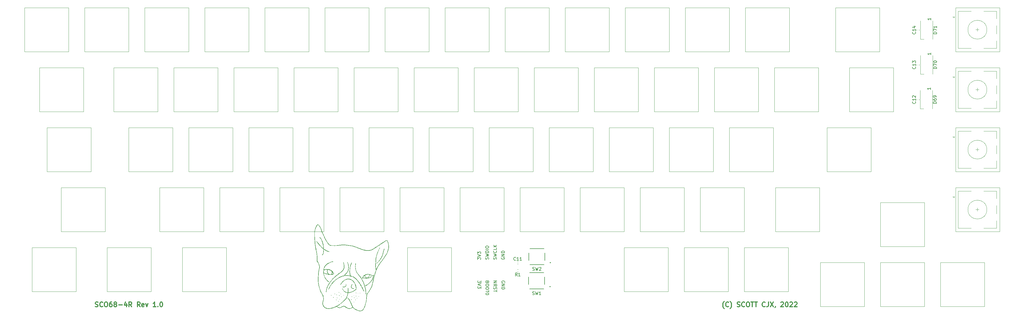
<source format=gbr>
%TF.GenerationSoftware,KiCad,Pcbnew,(6.0.6-0)*%
%TF.CreationDate,2022-07-20T23:02:44+08:00*%
%TF.ProjectId,SCO68R,53434f36-3852-42e6-9b69-6361645f7063,rev?*%
%TF.SameCoordinates,Original*%
%TF.FileFunction,Legend,Top*%
%TF.FilePolarity,Positive*%
%FSLAX46Y46*%
G04 Gerber Fmt 4.6, Leading zero omitted, Abs format (unit mm)*
G04 Created by KiCad (PCBNEW (6.0.6-0)) date 2022-07-20 23:02:44*
%MOMM*%
%LPD*%
G01*
G04 APERTURE LIST*
%ADD10C,0.300000*%
%ADD11C,0.200000*%
%ADD12C,0.150000*%
%ADD13C,0.120000*%
%ADD14C,0.127000*%
G04 APERTURE END LIST*
D10*
X-21168771Y26332857D02*
X-20954485Y26261428D01*
X-20597342Y26261428D01*
X-20454485Y26332857D01*
X-20383057Y26404285D01*
X-20311628Y26547142D01*
X-20311628Y26690000D01*
X-20383057Y26832857D01*
X-20454485Y26904285D01*
X-20597342Y26975714D01*
X-20883057Y27047142D01*
X-21025914Y27118571D01*
X-21097342Y27190000D01*
X-21168771Y27332857D01*
X-21168771Y27475714D01*
X-21097342Y27618571D01*
X-21025914Y27690000D01*
X-20883057Y27761428D01*
X-20525914Y27761428D01*
X-20311628Y27690000D01*
X-18811628Y26404285D02*
X-18883057Y26332857D01*
X-19097342Y26261428D01*
X-19240200Y26261428D01*
X-19454485Y26332857D01*
X-19597342Y26475714D01*
X-19668771Y26618571D01*
X-19740200Y26904285D01*
X-19740200Y27118571D01*
X-19668771Y27404285D01*
X-19597342Y27547142D01*
X-19454485Y27690000D01*
X-19240200Y27761428D01*
X-19097342Y27761428D01*
X-18883057Y27690000D01*
X-18811628Y27618571D01*
X-17883057Y27761428D02*
X-17597342Y27761428D01*
X-17454485Y27690000D01*
X-17311628Y27547142D01*
X-17240200Y27261428D01*
X-17240200Y26761428D01*
X-17311628Y26475714D01*
X-17454485Y26332857D01*
X-17597342Y26261428D01*
X-17883057Y26261428D01*
X-18025914Y26332857D01*
X-18168771Y26475714D01*
X-18240200Y26761428D01*
X-18240200Y27261428D01*
X-18168771Y27547142D01*
X-18025914Y27690000D01*
X-17883057Y27761428D01*
X-15954485Y27761428D02*
X-16240200Y27761428D01*
X-16383057Y27690000D01*
X-16454485Y27618571D01*
X-16597342Y27404285D01*
X-16668771Y27118571D01*
X-16668771Y26547142D01*
X-16597342Y26404285D01*
X-16525914Y26332857D01*
X-16383057Y26261428D01*
X-16097342Y26261428D01*
X-15954485Y26332857D01*
X-15883057Y26404285D01*
X-15811628Y26547142D01*
X-15811628Y26904285D01*
X-15883057Y27047142D01*
X-15954485Y27118571D01*
X-16097342Y27190000D01*
X-16383057Y27190000D01*
X-16525914Y27118571D01*
X-16597342Y27047142D01*
X-16668771Y26904285D01*
X-14954485Y27118571D02*
X-15097342Y27190000D01*
X-15168771Y27261428D01*
X-15240200Y27404285D01*
X-15240200Y27475714D01*
X-15168771Y27618571D01*
X-15097342Y27690000D01*
X-14954485Y27761428D01*
X-14668771Y27761428D01*
X-14525914Y27690000D01*
X-14454485Y27618571D01*
X-14383057Y27475714D01*
X-14383057Y27404285D01*
X-14454485Y27261428D01*
X-14525914Y27190000D01*
X-14668771Y27118571D01*
X-14954485Y27118571D01*
X-15097342Y27047142D01*
X-15168771Y26975714D01*
X-15240200Y26832857D01*
X-15240200Y26547142D01*
X-15168771Y26404285D01*
X-15097342Y26332857D01*
X-14954485Y26261428D01*
X-14668771Y26261428D01*
X-14525914Y26332857D01*
X-14454485Y26404285D01*
X-14383057Y26547142D01*
X-14383057Y26832857D01*
X-14454485Y26975714D01*
X-14525914Y27047142D01*
X-14668771Y27118571D01*
X-13740200Y26832857D02*
X-12597342Y26832857D01*
X-11240200Y27261428D02*
X-11240200Y26261428D01*
X-11597342Y27832857D02*
X-11954485Y26761428D01*
X-11025914Y26761428D01*
X-9597342Y26261428D02*
X-10097342Y26975714D01*
X-10454485Y26261428D02*
X-10454485Y27761428D01*
X-9883057Y27761428D01*
X-9740200Y27690000D01*
X-9668771Y27618571D01*
X-9597342Y27475714D01*
X-9597342Y27261428D01*
X-9668771Y27118571D01*
X-9740200Y27047142D01*
X-9883057Y26975714D01*
X-10454485Y26975714D01*
X-6954485Y26261428D02*
X-7454485Y26975714D01*
X-7811628Y26261428D02*
X-7811628Y27761428D01*
X-7240200Y27761428D01*
X-7097342Y27690000D01*
X-7025914Y27618571D01*
X-6954485Y27475714D01*
X-6954485Y27261428D01*
X-7025914Y27118571D01*
X-7097342Y27047142D01*
X-7240200Y26975714D01*
X-7811628Y26975714D01*
X-5740200Y26332857D02*
X-5883057Y26261428D01*
X-6168771Y26261428D01*
X-6311628Y26332857D01*
X-6383057Y26475714D01*
X-6383057Y27047142D01*
X-6311628Y27190000D01*
X-6168771Y27261428D01*
X-5883057Y27261428D01*
X-5740200Y27190000D01*
X-5668771Y27047142D01*
X-5668771Y26904285D01*
X-6383057Y26761428D01*
X-5168771Y27261428D02*
X-4811628Y26261428D01*
X-4454485Y27261428D01*
X-1954485Y26261428D02*
X-2811628Y26261428D01*
X-2383057Y26261428D02*
X-2383057Y27761428D01*
X-2525914Y27547142D01*
X-2668771Y27404285D01*
X-2811628Y27332857D01*
X-1311628Y26404285D02*
X-1240200Y26332857D01*
X-1311628Y26261428D01*
X-1383057Y26332857D01*
X-1311628Y26404285D01*
X-1311628Y26261428D01*
X-311628Y27761428D02*
X-168771Y27761428D01*
X-25914Y27690000D01*
X45514Y27618571D01*
X116942Y27475714D01*
X188371Y27190000D01*
X188371Y26832857D01*
X116942Y26547142D01*
X45514Y26404285D01*
X-25914Y26332857D01*
X-168771Y26261428D01*
X-311628Y26261428D01*
X-454485Y26332857D01*
X-525914Y26404285D01*
X-597342Y26547142D01*
X-668771Y26832857D01*
X-668771Y27190000D01*
X-597342Y27475714D01*
X-525914Y27618571D01*
X-454485Y27690000D01*
X-311628Y27761428D01*
D11*
X105206353Y34455304D02*
X106206353Y34455304D01*
X105206353Y33883876D01*
X106206353Y33883876D01*
X105206353Y32836257D02*
X105682543Y33169590D01*
X105206353Y33407685D02*
X106206353Y33407685D01*
X106206353Y33026733D01*
X106158734Y32931495D01*
X106111114Y32883876D01*
X106015876Y32836257D01*
X105873019Y32836257D01*
X105777781Y32883876D01*
X105730162Y32931495D01*
X105682543Y33026733D01*
X105682543Y33407685D01*
X105253972Y32455304D02*
X105206353Y32312447D01*
X105206353Y32074352D01*
X105253972Y31979114D01*
X105301591Y31931495D01*
X105396829Y31883876D01*
X105492067Y31883876D01*
X105587305Y31931495D01*
X105634924Y31979114D01*
X105682543Y32074352D01*
X105730162Y32264828D01*
X105777781Y32360066D01*
X105825400Y32407685D01*
X105920638Y32455304D01*
X106015876Y32455304D01*
X106111114Y32407685D01*
X106158734Y32360066D01*
X106206353Y32264828D01*
X106206353Y32026733D01*
X106158734Y31883876D01*
X106206353Y31598161D02*
X106206353Y31026733D01*
X105206353Y31312447D02*
X106206353Y31312447D01*
X108683400Y33931495D02*
X108731019Y34026733D01*
X108731019Y34169590D01*
X108683400Y34312447D01*
X108588161Y34407685D01*
X108492923Y34455304D01*
X108302447Y34502923D01*
X108159590Y34502923D01*
X107969114Y34455304D01*
X107873876Y34407685D01*
X107778638Y34312447D01*
X107731019Y34169590D01*
X107731019Y34074352D01*
X107778638Y33931495D01*
X107826257Y33883876D01*
X108159590Y33883876D01*
X108159590Y34074352D01*
X107731019Y33455304D02*
X108731019Y33455304D01*
X107731019Y32883876D01*
X108731019Y32883876D01*
X107731019Y32407685D02*
X108731019Y32407685D01*
X108731019Y32169590D01*
X108683400Y32026733D01*
X108588161Y31931495D01*
X108492923Y31883876D01*
X108302447Y31836257D01*
X108159590Y31836257D01*
X107969114Y31883876D01*
X107873876Y31931495D01*
X107778638Y32026733D01*
X107731019Y32169590D01*
X107731019Y32407685D01*
X101157019Y34550542D02*
X101157019Y33931495D01*
X100776066Y34264828D01*
X100776066Y34121971D01*
X100728447Y34026733D01*
X100680828Y33979114D01*
X100585590Y33931495D01*
X100347495Y33931495D01*
X100252257Y33979114D01*
X100204638Y34026733D01*
X100157019Y34121971D01*
X100157019Y34407685D01*
X100204638Y34502923D01*
X100252257Y34550542D01*
X101157019Y33645780D02*
X100157019Y33312447D01*
X101157019Y32979114D01*
X101157019Y32741019D02*
X101157019Y32121971D01*
X100776066Y32455304D01*
X100776066Y32312447D01*
X100728447Y32217209D01*
X100680828Y32169590D01*
X100585590Y32121971D01*
X100347495Y32121971D01*
X100252257Y32169590D01*
X100204638Y32217209D01*
X100157019Y32312447D01*
X100157019Y32598161D01*
X100204638Y32693400D01*
X100252257Y32741019D01*
X103205496Y34121971D02*
X103157877Y33979114D01*
X103110258Y33931495D01*
X103015020Y33883876D01*
X102872163Y33883876D01*
X102776925Y33931495D01*
X102729306Y33979114D01*
X102681687Y34074352D01*
X102681687Y34455304D01*
X103681687Y34455304D01*
X103681687Y34121971D01*
X103634068Y34026733D01*
X103586448Y33979114D01*
X103491210Y33931495D01*
X103395972Y33931495D01*
X103300734Y33979114D01*
X103253115Y34026733D01*
X103205496Y34121971D01*
X103205496Y34455304D01*
X103681687Y33264828D02*
X103681687Y33074352D01*
X103634068Y32979114D01*
X103538829Y32883876D01*
X103348353Y32836257D01*
X103015020Y32836257D01*
X102824544Y32883876D01*
X102729306Y32979114D01*
X102681687Y33074352D01*
X102681687Y33264828D01*
X102729306Y33360066D01*
X102824544Y33455304D01*
X103015020Y33502923D01*
X103348353Y33502923D01*
X103538829Y33455304D01*
X103634068Y33360066D01*
X103681687Y33264828D01*
X103681687Y32217209D02*
X103681687Y32026733D01*
X103634068Y31931495D01*
X103538829Y31836257D01*
X103348353Y31788638D01*
X103015020Y31788638D01*
X102824544Y31836257D01*
X102729306Y31931495D01*
X102681687Y32026733D01*
X102681687Y32217209D01*
X102729306Y32312447D01*
X102824544Y32407685D01*
X103015020Y32455304D01*
X103348353Y32455304D01*
X103538829Y32407685D01*
X103634068Y32312447D01*
X103681687Y32217209D01*
X103681687Y31502923D02*
X103681687Y30931495D01*
X102681687Y31217209D02*
X103681687Y31217209D01*
X103681687Y30407685D02*
X103681687Y30312447D01*
X103634068Y30217209D01*
X103586448Y30169590D01*
X103491210Y30121971D01*
X103300734Y30074352D01*
X103062639Y30074352D01*
X102872163Y30121971D01*
X102776925Y30169590D01*
X102729306Y30217209D01*
X102681687Y30312447D01*
X102681687Y30407685D01*
X102729306Y30502923D01*
X102776925Y30550542D01*
X102872163Y30598161D01*
X103062639Y30645780D01*
X103300734Y30645780D01*
X103491210Y30598161D01*
X103586448Y30550542D01*
X103634068Y30502923D01*
X103681687Y30407685D01*
X107704000Y41917304D02*
X107656380Y41822066D01*
X107656380Y41679209D01*
X107704000Y41536352D01*
X107799238Y41441114D01*
X107894476Y41393495D01*
X108084952Y41345876D01*
X108227809Y41345876D01*
X108418285Y41393495D01*
X108513523Y41441114D01*
X108608761Y41536352D01*
X108656380Y41679209D01*
X108656380Y41774447D01*
X108608761Y41917304D01*
X108561142Y41964923D01*
X108227809Y41964923D01*
X108227809Y41774447D01*
X108656380Y42393495D02*
X107656380Y42393495D01*
X108656380Y42964923D01*
X107656380Y42964923D01*
X108656380Y43441114D02*
X107656380Y43441114D01*
X107656380Y43679209D01*
X107704000Y43822066D01*
X107799238Y43917304D01*
X107894476Y43964923D01*
X108084952Y44012542D01*
X108227809Y44012542D01*
X108418285Y43964923D01*
X108513523Y43917304D01*
X108608761Y43822066D01*
X108656380Y43679209D01*
X108656380Y43441114D01*
X106084093Y41345876D02*
X106131712Y41488733D01*
X106131712Y41726828D01*
X106084093Y41822066D01*
X106036474Y41869685D01*
X105941236Y41917304D01*
X105845998Y41917304D01*
X105750760Y41869685D01*
X105703141Y41822066D01*
X105655522Y41726828D01*
X105607903Y41536352D01*
X105560284Y41441114D01*
X105512665Y41393495D01*
X105417427Y41345876D01*
X105322189Y41345876D01*
X105226951Y41393495D01*
X105179332Y41441114D01*
X105131712Y41536352D01*
X105131712Y41774447D01*
X105179332Y41917304D01*
X105131712Y42250638D02*
X106131712Y42488733D01*
X105417427Y42679209D01*
X106131712Y42869685D01*
X105131712Y43107780D01*
X106036474Y44060161D02*
X106084093Y44012542D01*
X106131712Y43869685D01*
X106131712Y43774447D01*
X106084093Y43631590D01*
X105988855Y43536352D01*
X105893617Y43488733D01*
X105703141Y43441114D01*
X105560284Y43441114D01*
X105369808Y43488733D01*
X105274570Y43536352D01*
X105179332Y43631590D01*
X105131712Y43774447D01*
X105131712Y43869685D01*
X105179332Y44012542D01*
X105226951Y44060161D01*
X106131712Y44964923D02*
X106131712Y44488733D01*
X105131712Y44488733D01*
X106131712Y45298257D02*
X105131712Y45298257D01*
X106131712Y45869685D02*
X105560284Y45441114D01*
X105131712Y45869685D02*
X105703141Y45298257D01*
X103559427Y41345876D02*
X103607046Y41488733D01*
X103607046Y41726828D01*
X103559427Y41822066D01*
X103511808Y41869685D01*
X103416570Y41917304D01*
X103321332Y41917304D01*
X103226094Y41869685D01*
X103178475Y41822066D01*
X103130856Y41726828D01*
X103083237Y41536352D01*
X103035618Y41441114D01*
X102987999Y41393495D01*
X102892761Y41345876D01*
X102797523Y41345876D01*
X102702285Y41393495D01*
X102654666Y41441114D01*
X102607046Y41536352D01*
X102607046Y41774447D01*
X102654666Y41917304D01*
X102607046Y42250638D02*
X103607046Y42488733D01*
X102892761Y42679209D01*
X103607046Y42869685D01*
X102607046Y43107780D01*
X103607046Y43488733D02*
X102607046Y43488733D01*
X102607046Y43726828D01*
X102654666Y43869685D01*
X102749904Y43964923D01*
X102845142Y44012542D01*
X103035618Y44060161D01*
X103178475Y44060161D01*
X103368951Y44012542D01*
X103464189Y43964923D01*
X103559427Y43869685D01*
X103607046Y43726828D01*
X103607046Y43488733D01*
X103607046Y44488733D02*
X102607046Y44488733D01*
X102607046Y45155400D02*
X102607046Y45345876D01*
X102654666Y45441114D01*
X102749904Y45536352D01*
X102940380Y45583971D01*
X103273713Y45583971D01*
X103464189Y45536352D01*
X103559427Y45441114D01*
X103607046Y45345876D01*
X103607046Y45155400D01*
X103559427Y45060161D01*
X103464189Y44964923D01*
X103273713Y44917304D01*
X102940380Y44917304D01*
X102749904Y44964923D01*
X102654666Y45060161D01*
X102607046Y45155400D01*
X100082380Y41298257D02*
X100082380Y41917304D01*
X100463333Y41583971D01*
X100463333Y41726828D01*
X100510952Y41822066D01*
X100558571Y41869685D01*
X100653809Y41917304D01*
X100891904Y41917304D01*
X100987142Y41869685D01*
X101034761Y41822066D01*
X101082380Y41726828D01*
X101082380Y41441114D01*
X101034761Y41345876D01*
X100987142Y41298257D01*
X100082380Y42203019D02*
X101082380Y42536352D01*
X100082380Y42869685D01*
X100082380Y43107780D02*
X100082380Y43726828D01*
X100463333Y43393495D01*
X100463333Y43536352D01*
X100510952Y43631590D01*
X100558571Y43679209D01*
X100653809Y43726828D01*
X100891904Y43726828D01*
X100987142Y43679209D01*
X101034761Y43631590D01*
X101082380Y43536352D01*
X101082380Y43250638D01*
X101034761Y43155400D01*
X100987142Y43107780D01*
D10*
X178288571Y25690000D02*
X178217142Y25761428D01*
X178074285Y25975714D01*
X178002857Y26118571D01*
X177931428Y26332857D01*
X177860000Y26690000D01*
X177860000Y26975714D01*
X177931428Y27332857D01*
X178002857Y27547142D01*
X178074285Y27690000D01*
X178217142Y27904285D01*
X178288571Y27975714D01*
X179717142Y26404285D02*
X179645714Y26332857D01*
X179431428Y26261428D01*
X179288571Y26261428D01*
X179074285Y26332857D01*
X178931428Y26475714D01*
X178860000Y26618571D01*
X178788571Y26904285D01*
X178788571Y27118571D01*
X178860000Y27404285D01*
X178931428Y27547142D01*
X179074285Y27690000D01*
X179288571Y27761428D01*
X179431428Y27761428D01*
X179645714Y27690000D01*
X179717142Y27618571D01*
X180217142Y25690000D02*
X180288571Y25761428D01*
X180431428Y25975714D01*
X180502857Y26118571D01*
X180574285Y26332857D01*
X180645714Y26690000D01*
X180645714Y26975714D01*
X180574285Y27332857D01*
X180502857Y27547142D01*
X180431428Y27690000D01*
X180288571Y27904285D01*
X180217142Y27975714D01*
X182431428Y26332857D02*
X182645714Y26261428D01*
X183002857Y26261428D01*
X183145714Y26332857D01*
X183217142Y26404285D01*
X183288571Y26547142D01*
X183288571Y26690000D01*
X183217142Y26832857D01*
X183145714Y26904285D01*
X183002857Y26975714D01*
X182717142Y27047142D01*
X182574285Y27118571D01*
X182502857Y27190000D01*
X182431428Y27332857D01*
X182431428Y27475714D01*
X182502857Y27618571D01*
X182574285Y27690000D01*
X182717142Y27761428D01*
X183074285Y27761428D01*
X183288571Y27690000D01*
X184788571Y26404285D02*
X184717142Y26332857D01*
X184502857Y26261428D01*
X184360000Y26261428D01*
X184145714Y26332857D01*
X184002857Y26475714D01*
X183931428Y26618571D01*
X183860000Y26904285D01*
X183860000Y27118571D01*
X183931428Y27404285D01*
X184002857Y27547142D01*
X184145714Y27690000D01*
X184360000Y27761428D01*
X184502857Y27761428D01*
X184717142Y27690000D01*
X184788571Y27618571D01*
X185717142Y27761428D02*
X186002857Y27761428D01*
X186145714Y27690000D01*
X186288571Y27547142D01*
X186360000Y27261428D01*
X186360000Y26761428D01*
X186288571Y26475714D01*
X186145714Y26332857D01*
X186002857Y26261428D01*
X185717142Y26261428D01*
X185574285Y26332857D01*
X185431428Y26475714D01*
X185360000Y26761428D01*
X185360000Y27261428D01*
X185431428Y27547142D01*
X185574285Y27690000D01*
X185717142Y27761428D01*
X186788571Y27761428D02*
X187645714Y27761428D01*
X187217142Y26261428D02*
X187217142Y27761428D01*
X187931428Y27761428D02*
X188788571Y27761428D01*
X188360000Y26261428D02*
X188360000Y27761428D01*
X191288571Y26404285D02*
X191217142Y26332857D01*
X191002857Y26261428D01*
X190860000Y26261428D01*
X190645714Y26332857D01*
X190502857Y26475714D01*
X190431428Y26618571D01*
X190360000Y26904285D01*
X190360000Y27118571D01*
X190431428Y27404285D01*
X190502857Y27547142D01*
X190645714Y27690000D01*
X190860000Y27761428D01*
X191002857Y27761428D01*
X191217142Y27690000D01*
X191288571Y27618571D01*
X192360000Y27761428D02*
X192360000Y26690000D01*
X192288571Y26475714D01*
X192145714Y26332857D01*
X191931428Y26261428D01*
X191788571Y26261428D01*
X192931428Y27761428D02*
X193931428Y26261428D01*
X193931428Y27761428D02*
X192931428Y26261428D01*
X194574285Y26332857D02*
X194574285Y26261428D01*
X194502857Y26118571D01*
X194431428Y26047142D01*
X196288571Y27618571D02*
X196360000Y27690000D01*
X196502857Y27761428D01*
X196860000Y27761428D01*
X197002857Y27690000D01*
X197074285Y27618571D01*
X197145714Y27475714D01*
X197145714Y27332857D01*
X197074285Y27118571D01*
X196217142Y26261428D01*
X197145714Y26261428D01*
X198074285Y27761428D02*
X198217142Y27761428D01*
X198360000Y27690000D01*
X198431428Y27618571D01*
X198502857Y27475714D01*
X198574285Y27190000D01*
X198574285Y26832857D01*
X198502857Y26547142D01*
X198431428Y26404285D01*
X198360000Y26332857D01*
X198217142Y26261428D01*
X198074285Y26261428D01*
X197931428Y26332857D01*
X197860000Y26404285D01*
X197788571Y26547142D01*
X197717142Y26832857D01*
X197717142Y27190000D01*
X197788571Y27475714D01*
X197860000Y27618571D01*
X197931428Y27690000D01*
X198074285Y27761428D01*
X199145714Y27618571D02*
X199217142Y27690000D01*
X199360000Y27761428D01*
X199717142Y27761428D01*
X199860000Y27690000D01*
X199931428Y27618571D01*
X200002857Y27475714D01*
X200002857Y27332857D01*
X199931428Y27118571D01*
X199074285Y26261428D01*
X200002857Y26261428D01*
X200574285Y27618571D02*
X200645714Y27690000D01*
X200788571Y27761428D01*
X201145714Y27761428D01*
X201288571Y27690000D01*
X201360000Y27618571D01*
X201431428Y27475714D01*
X201431428Y27332857D01*
X201360000Y27118571D01*
X200502857Y26261428D01*
X201431428Y26261428D01*
D12*
%TO.C,SW2*%
X117565066Y37865238D02*
X117707923Y37817619D01*
X117946019Y37817619D01*
X118041257Y37865238D01*
X118088876Y37912857D01*
X118136495Y38008095D01*
X118136495Y38103333D01*
X118088876Y38198571D01*
X118041257Y38246190D01*
X117946019Y38293809D01*
X117755542Y38341428D01*
X117660304Y38389047D01*
X117612685Y38436666D01*
X117565066Y38531904D01*
X117565066Y38627142D01*
X117612685Y38722380D01*
X117660304Y38770000D01*
X117755542Y38817619D01*
X117993638Y38817619D01*
X118136495Y38770000D01*
X118469828Y38817619D02*
X118707923Y37817619D01*
X118898400Y38531904D01*
X119088876Y37817619D01*
X119326971Y38817619D01*
X119660304Y38722380D02*
X119707923Y38770000D01*
X119803161Y38817619D01*
X120041257Y38817619D01*
X120136495Y38770000D01*
X120184114Y38722380D01*
X120231733Y38627142D01*
X120231733Y38531904D01*
X120184114Y38389047D01*
X119612685Y37817619D01*
X120231733Y37817619D01*
%TO.C,C14*%
X238937142Y113547142D02*
X238984761Y113499523D01*
X239032380Y113356666D01*
X239032380Y113261428D01*
X238984761Y113118571D01*
X238889523Y113023333D01*
X238794285Y112975714D01*
X238603809Y112928095D01*
X238460952Y112928095D01*
X238270476Y112975714D01*
X238175238Y113023333D01*
X238080000Y113118571D01*
X238032380Y113261428D01*
X238032380Y113356666D01*
X238080000Y113499523D01*
X238127619Y113547142D01*
X239032380Y114499523D02*
X239032380Y113928095D01*
X239032380Y114213809D02*
X238032380Y114213809D01*
X238175238Y114118571D01*
X238270476Y114023333D01*
X238318095Y113928095D01*
X238365714Y115356666D02*
X239032380Y115356666D01*
X237984761Y115118571D02*
X238699047Y114880476D01*
X238699047Y115499523D01*
%TO.C,SW1*%
X117526666Y30135238D02*
X117669523Y30087619D01*
X117907619Y30087619D01*
X118002857Y30135238D01*
X118050476Y30182857D01*
X118098095Y30278095D01*
X118098095Y30373333D01*
X118050476Y30468571D01*
X118002857Y30516190D01*
X117907619Y30563809D01*
X117717142Y30611428D01*
X117621904Y30659047D01*
X117574285Y30706666D01*
X117526666Y30801904D01*
X117526666Y30897142D01*
X117574285Y30992380D01*
X117621904Y31040000D01*
X117717142Y31087619D01*
X117955238Y31087619D01*
X118098095Y31040000D01*
X118431428Y31087619D02*
X118669523Y30087619D01*
X118860000Y30801904D01*
X119050476Y30087619D01*
X119288571Y31087619D01*
X120193333Y30087619D02*
X119621904Y30087619D01*
X119907619Y30087619D02*
X119907619Y31087619D01*
X119812380Y30944761D01*
X119717142Y30849523D01*
X119621904Y30801904D01*
%TO.C,D71*%
X245702482Y112985714D02*
X244702482Y112985714D01*
X244702482Y113223809D01*
X244750102Y113366666D01*
X244845340Y113461904D01*
X244940578Y113509523D01*
X245131054Y113557142D01*
X245273911Y113557142D01*
X245464387Y113509523D01*
X245559625Y113461904D01*
X245654863Y113366666D01*
X245702482Y113223809D01*
X245702482Y112985714D01*
X244702482Y113890476D02*
X244702482Y114557142D01*
X245702482Y114128571D01*
X245702482Y115461904D02*
X245702482Y114890476D01*
X245702482Y115176190D02*
X244702482Y115176190D01*
X244845340Y115080952D01*
X244940578Y114985714D01*
X244988197Y114890476D01*
X243827482Y117985714D02*
X243827482Y117414285D01*
X243827482Y117700000D02*
X242827482Y117700000D01*
X242970340Y117604761D01*
X243065578Y117509523D01*
X243113197Y117414285D01*
%TO.C,C12*%
X238937142Y91447142D02*
X238984761Y91399523D01*
X239032380Y91256666D01*
X239032380Y91161428D01*
X238984761Y91018571D01*
X238889523Y90923333D01*
X238794285Y90875714D01*
X238603809Y90828095D01*
X238460952Y90828095D01*
X238270476Y90875714D01*
X238175238Y90923333D01*
X238080000Y91018571D01*
X238032380Y91161428D01*
X238032380Y91256666D01*
X238080000Y91399523D01*
X238127619Y91447142D01*
X239032380Y92399523D02*
X239032380Y91828095D01*
X239032380Y92113809D02*
X238032380Y92113809D01*
X238175238Y92018571D01*
X238270476Y91923333D01*
X238318095Y91828095D01*
X238127619Y92780476D02*
X238080000Y92828095D01*
X238032380Y92923333D01*
X238032380Y93161428D01*
X238080000Y93256666D01*
X238127619Y93304285D01*
X238222857Y93351904D01*
X238318095Y93351904D01*
X238460952Y93304285D01*
X239032380Y92732857D01*
X239032380Y93351904D01*
%TO.C,C11*%
X112177142Y41102857D02*
X112129523Y41055238D01*
X111986666Y41007619D01*
X111891428Y41007619D01*
X111748571Y41055238D01*
X111653333Y41150476D01*
X111605714Y41245714D01*
X111558095Y41436190D01*
X111558095Y41579047D01*
X111605714Y41769523D01*
X111653333Y41864761D01*
X111748571Y41960000D01*
X111891428Y42007619D01*
X111986666Y42007619D01*
X112129523Y41960000D01*
X112177142Y41912380D01*
X113129523Y41007619D02*
X112558095Y41007619D01*
X112843809Y41007619D02*
X112843809Y42007619D01*
X112748571Y41864761D01*
X112653333Y41769523D01*
X112558095Y41721904D01*
X114081904Y41007619D02*
X113510476Y41007619D01*
X113796190Y41007619D02*
X113796190Y42007619D01*
X113700952Y41864761D01*
X113605714Y41769523D01*
X113510476Y41721904D01*
%TO.C,D69*%
X245602380Y90885714D02*
X244602380Y90885714D01*
X244602380Y91123809D01*
X244650000Y91266666D01*
X244745238Y91361904D01*
X244840476Y91409523D01*
X245030952Y91457142D01*
X245173809Y91457142D01*
X245364285Y91409523D01*
X245459523Y91361904D01*
X245554761Y91266666D01*
X245602380Y91123809D01*
X245602380Y90885714D01*
X244602380Y92314285D02*
X244602380Y92123809D01*
X244650000Y92028571D01*
X244697619Y91980952D01*
X244840476Y91885714D01*
X245030952Y91838095D01*
X245411904Y91838095D01*
X245507142Y91885714D01*
X245554761Y91933333D01*
X245602380Y92028571D01*
X245602380Y92219047D01*
X245554761Y92314285D01*
X245507142Y92361904D01*
X245411904Y92409523D01*
X245173809Y92409523D01*
X245078571Y92361904D01*
X245030952Y92314285D01*
X244983333Y92219047D01*
X244983333Y92028571D01*
X245030952Y91933333D01*
X245078571Y91885714D01*
X245173809Y91838095D01*
X245602380Y92885714D02*
X245602380Y93076190D01*
X245554761Y93171428D01*
X245507142Y93219047D01*
X245364285Y93314285D01*
X245173809Y93361904D01*
X244792857Y93361904D01*
X244697619Y93314285D01*
X244650000Y93266666D01*
X244602380Y93171428D01*
X244602380Y92980952D01*
X244650000Y92885714D01*
X244697619Y92838095D01*
X244792857Y92790476D01*
X245030952Y92790476D01*
X245126190Y92838095D01*
X245173809Y92885714D01*
X245221428Y92980952D01*
X245221428Y93171428D01*
X245173809Y93266666D01*
X245126190Y93314285D01*
X245030952Y93361904D01*
X243727380Y95885714D02*
X243727380Y95314285D01*
X243727380Y95600000D02*
X242727380Y95600000D01*
X242870238Y95504761D01*
X242965476Y95409523D01*
X243013095Y95314285D01*
%TO.C,R1*%
X112663333Y36037619D02*
X112330000Y36513809D01*
X112091904Y36037619D02*
X112091904Y37037619D01*
X112472857Y37037619D01*
X112568095Y36990000D01*
X112615714Y36942380D01*
X112663333Y36847142D01*
X112663333Y36704285D01*
X112615714Y36609047D01*
X112568095Y36561428D01*
X112472857Y36513809D01*
X112091904Y36513809D01*
X113615714Y36037619D02*
X113044285Y36037619D01*
X113330000Y36037619D02*
X113330000Y37037619D01*
X113234761Y36894761D01*
X113139523Y36799523D01*
X113044285Y36751904D01*
%TO.C,D70*%
X245707380Y101935714D02*
X244707380Y101935714D01*
X244707380Y102173809D01*
X244755000Y102316666D01*
X244850238Y102411904D01*
X244945476Y102459523D01*
X245135952Y102507142D01*
X245278809Y102507142D01*
X245469285Y102459523D01*
X245564523Y102411904D01*
X245659761Y102316666D01*
X245707380Y102173809D01*
X245707380Y101935714D01*
X244707380Y102840476D02*
X244707380Y103507142D01*
X245707380Y103078571D01*
X244707380Y104078571D02*
X244707380Y104173809D01*
X244755000Y104269047D01*
X244802619Y104316666D01*
X244897857Y104364285D01*
X245088333Y104411904D01*
X245326428Y104411904D01*
X245516904Y104364285D01*
X245612142Y104316666D01*
X245659761Y104269047D01*
X245707380Y104173809D01*
X245707380Y104078571D01*
X245659761Y103983333D01*
X245612142Y103935714D01*
X245516904Y103888095D01*
X245326428Y103840476D01*
X245088333Y103840476D01*
X244897857Y103888095D01*
X244802619Y103935714D01*
X244755000Y103983333D01*
X244707380Y104078571D01*
X243832380Y106935714D02*
X243832380Y106364285D01*
X243832380Y106650000D02*
X242832380Y106650000D01*
X242975238Y106554761D01*
X243070476Y106459523D01*
X243118095Y106364285D01*
%TO.C,C13*%
X238937142Y102497142D02*
X238984761Y102449523D01*
X239032380Y102306666D01*
X239032380Y102211428D01*
X238984761Y102068571D01*
X238889523Y101973333D01*
X238794285Y101925714D01*
X238603809Y101878095D01*
X238460952Y101878095D01*
X238270476Y101925714D01*
X238175238Y101973333D01*
X238080000Y102068571D01*
X238032380Y102211428D01*
X238032380Y102306666D01*
X238080000Y102449523D01*
X238127619Y102497142D01*
X239032380Y103449523D02*
X239032380Y102878095D01*
X239032380Y103163809D02*
X238032380Y103163809D01*
X238175238Y103068571D01*
X238270476Y102973333D01*
X238318095Y102878095D01*
X238032380Y103782857D02*
X238032380Y104401904D01*
X238413333Y104068571D01*
X238413333Y104211428D01*
X238460952Y104306666D01*
X238508571Y104354285D01*
X238603809Y104401904D01*
X238841904Y104401904D01*
X238937142Y104354285D01*
X238984761Y104306666D01*
X239032380Y104211428D01*
X239032380Y103925714D01*
X238984761Y103830476D01*
X238937142Y103782857D01*
%TO.C,G\u002A\u002A\u002A*%
G36*
X48318751Y49681609D02*
G01*
X48322139Y49833007D01*
X48327191Y49960600D01*
X48333931Y50059688D01*
X48338630Y50102295D01*
X48405436Y50485857D01*
X48501291Y50863154D01*
X48627723Y51239045D01*
X48786263Y51618391D01*
X48873768Y51802224D01*
X48971403Y51990111D01*
X49062206Y52144397D01*
X49147211Y52266590D01*
X49227449Y52358195D01*
X49292392Y52412938D01*
X49338531Y52443923D01*
X49368040Y52456269D01*
X49393603Y52452198D01*
X49424268Y52436016D01*
X49475952Y52414099D01*
X49524575Y52404846D01*
X49525018Y52404844D01*
X49583299Y52390215D01*
X49656051Y52349046D01*
X49738853Y52285418D01*
X49827285Y52203412D01*
X49916929Y52107107D01*
X50003364Y52000585D01*
X50078124Y51894189D01*
X50169376Y51747429D01*
X50251495Y51601035D01*
X50327053Y51449117D01*
X50398618Y51285782D01*
X50468762Y51105140D01*
X50540054Y50901299D01*
X50615065Y50668368D01*
X50620481Y50650949D01*
X50676785Y50476107D01*
X50731193Y50322834D01*
X50789016Y50177455D01*
X50855563Y50026290D01*
X50899858Y49931403D01*
X50951235Y49822365D01*
X51013581Y49688862D01*
X51083043Y49539212D01*
X51155771Y49381734D01*
X51227915Y49224746D01*
X51295451Y49076941D01*
X51362720Y48929255D01*
X51433843Y48773187D01*
X51505077Y48616945D01*
X51572677Y48468741D01*
X51632900Y48336782D01*
X51682002Y48229280D01*
X51682414Y48228379D01*
X51770961Y48040949D01*
X51870792Y47840462D01*
X51977113Y47635930D01*
X52085128Y47436366D01*
X52190043Y47250780D01*
X52287064Y47088185D01*
X52300898Y47065922D01*
X52412827Y46892467D01*
X52529046Y46722553D01*
X52646380Y46560222D01*
X52761651Y46409517D01*
X52871685Y46274480D01*
X52973304Y46159153D01*
X53063332Y46067579D01*
X53131006Y46009429D01*
X53195554Y45962155D01*
X53256912Y45921787D01*
X53318470Y45887784D01*
X53383616Y45859606D01*
X53455738Y45836712D01*
X53538224Y45818561D01*
X53634462Y45804611D01*
X53747842Y45794322D01*
X53881751Y45787152D01*
X54039577Y45782562D01*
X54224708Y45780009D01*
X54440534Y45778954D01*
X54575453Y45778815D01*
X54788475Y45778956D01*
X54971354Y45779717D01*
X55129926Y45781495D01*
X55270026Y45784689D01*
X55397488Y45789696D01*
X55518148Y45796916D01*
X55637838Y45806745D01*
X55762396Y45819584D01*
X55897655Y45835829D01*
X56049449Y45855879D01*
X56223615Y45880132D01*
X56374320Y45901590D01*
X56584117Y45931311D01*
X56762799Y45955840D01*
X56914792Y45975570D01*
X57044523Y45990895D01*
X57156419Y46002208D01*
X57254904Y46009903D01*
X57344407Y46014372D01*
X57429353Y46016008D01*
X57514168Y46015206D01*
X57603280Y46012357D01*
X57615538Y46011851D01*
X57749090Y46005100D01*
X57883695Y45995806D01*
X58024914Y45983375D01*
X58178307Y45967215D01*
X58349433Y45946732D01*
X58543854Y45921330D01*
X58767128Y45890418D01*
X58811785Y45884084D01*
X58968442Y45862250D01*
X59147191Y45838089D01*
X59334381Y45813397D01*
X59516363Y45789973D01*
X59679489Y45769613D01*
X59702224Y45766845D01*
X59929862Y45737902D01*
X60133851Y45708561D01*
X60320006Y45677246D01*
X60494141Y45642375D01*
X60662071Y45602370D01*
X60829612Y45555653D01*
X61002578Y45500644D01*
X61186784Y45435765D01*
X61388046Y45359437D01*
X61612177Y45270080D01*
X61770466Y45205260D01*
X62074168Y45080477D01*
X62347940Y44969210D01*
X62594737Y44870386D01*
X62817517Y44782929D01*
X63019234Y44705764D01*
X63202844Y44637816D01*
X63371302Y44578010D01*
X63527564Y44525270D01*
X63674585Y44478522D01*
X63815322Y44436691D01*
X63952730Y44398701D01*
X64073600Y44367504D01*
X64440201Y44286555D01*
X64786213Y44232648D01*
X65114613Y44205644D01*
X65428378Y44205400D01*
X65730487Y44231777D01*
X65988244Y44276719D01*
X66112553Y44306183D01*
X66232095Y44340552D01*
X66350546Y44381679D01*
X66471580Y44431419D01*
X66598871Y44491623D01*
X66736095Y44564147D01*
X66886925Y44650842D01*
X67055036Y44753562D01*
X67244103Y44874161D01*
X67457799Y45014492D01*
X67479344Y45028804D01*
X67616396Y45119755D01*
X67750250Y45208278D01*
X67876501Y45291479D01*
X67990744Y45366469D01*
X68088574Y45430355D01*
X68165587Y45480249D01*
X68217377Y45513257D01*
X68219858Y45514808D01*
X68282513Y45554726D01*
X68373537Y45613991D01*
X68491570Y45691693D01*
X68635251Y45786919D01*
X68803218Y45898760D01*
X68994111Y46026303D01*
X69206567Y46168637D01*
X69439226Y46324852D01*
X69690727Y46494036D01*
X69959708Y46675278D01*
X70244808Y46867667D01*
X70544665Y47070291D01*
X70648117Y47140256D01*
X70740133Y47201403D01*
X70824288Y47255270D01*
X70895224Y47298591D01*
X70947585Y47328100D01*
X70976014Y47340531D01*
X70976719Y47340647D01*
X71015663Y47348200D01*
X71074614Y47362133D01*
X71124311Y47375029D01*
X71190973Y47390810D01*
X71251221Y47401330D01*
X71282289Y47403995D01*
X71372566Y47387031D01*
X71451036Y47338120D01*
X71514571Y47260225D01*
X71560045Y47156313D01*
X71566134Y47134833D01*
X71584608Y47079735D01*
X71614303Y47007096D01*
X71649372Y46931043D01*
X71655908Y46917874D01*
X71730698Y46748397D01*
X71796046Y46559665D01*
X71845910Y46369646D01*
X71894072Y46141781D01*
X71932308Y45943134D01*
X71960916Y45768433D01*
X71980197Y45612403D01*
X71990452Y45469770D01*
X71991980Y45335260D01*
X71985082Y45203599D01*
X71970058Y45069513D01*
X71947208Y44927729D01*
X71932410Y44849604D01*
X71891005Y44654910D01*
X71841769Y44448856D01*
X71787043Y44239809D01*
X71729167Y44036135D01*
X71670482Y43846204D01*
X71613329Y43678383D01*
X71580198Y43590397D01*
X71492925Y43390061D01*
X71379537Y43165145D01*
X71240098Y42915745D01*
X71074669Y42641963D01*
X70883314Y42343896D01*
X70666096Y42021645D01*
X70423077Y41675308D01*
X70154319Y41304984D01*
X70028282Y41134944D01*
X69931694Y41006308D01*
X69826178Y40867324D01*
X69718225Y40726436D01*
X69614324Y40592089D01*
X69520966Y40472727D01*
X69468392Y40406403D01*
X69319339Y40218424D01*
X69190659Y40052942D01*
X69079102Y39905319D01*
X68981418Y39770915D01*
X68894357Y39645094D01*
X68814670Y39523216D01*
X68739105Y39400642D01*
X68664413Y39272736D01*
X68624643Y39202224D01*
X68555915Y39076708D01*
X68491208Y38952956D01*
X68429061Y38827438D01*
X68368012Y38696621D01*
X68306599Y38556974D01*
X68243362Y38404964D01*
X68176838Y38237059D01*
X68105567Y38049727D01*
X68028087Y37839438D01*
X67942938Y37602657D01*
X67848656Y37335855D01*
X67827803Y37276374D01*
X67741794Y37029694D01*
X67667105Y36812926D01*
X67602546Y36622248D01*
X67546926Y36453840D01*
X67499053Y36303883D01*
X67457735Y36168554D01*
X67421783Y36044035D01*
X67390005Y35926504D01*
X67361209Y35812142D01*
X67334205Y35697127D01*
X67330986Y35682914D01*
X67303347Y35560344D01*
X67271170Y35417538D01*
X67237804Y35269364D01*
X67206598Y35130688D01*
X67195594Y35081757D01*
X67179303Y35009675D01*
X67161984Y34933869D01*
X67142956Y34851473D01*
X67121541Y34759622D01*
X67097060Y34655451D01*
X67068833Y34536094D01*
X67036181Y34398686D01*
X66998425Y34240361D01*
X66954886Y34058255D01*
X66904885Y33849502D01*
X66847741Y33611237D01*
X66789217Y33367414D01*
X66745401Y33191467D01*
X66700904Y33028161D01*
X66654086Y32874260D01*
X66603309Y32726526D01*
X66546933Y32581723D01*
X66483319Y32436614D01*
X66410828Y32287962D01*
X66327822Y32132529D01*
X66232660Y31967079D01*
X66123705Y31788375D01*
X65999317Y31593180D01*
X65857856Y31378257D01*
X65697685Y31140369D01*
X65557731Y30935369D01*
X65476333Y30815341D01*
X65398459Y30698005D01*
X65327400Y30588511D01*
X65266446Y30492005D01*
X65218887Y30413636D01*
X65188013Y30358552D01*
X65184108Y30350737D01*
X65149751Y30284378D01*
X65116716Y30228593D01*
X65090955Y30193237D01*
X65086242Y30188656D01*
X65076143Y30176560D01*
X65067425Y30155815D01*
X65059554Y30122380D01*
X65051997Y30072213D01*
X65044221Y30001272D01*
X65035692Y29905515D01*
X65025878Y29780900D01*
X65017420Y29666985D01*
X64982472Y29240651D01*
X64941851Y28844138D01*
X64894683Y28471611D01*
X64840095Y28117235D01*
X64777213Y27775175D01*
X64705164Y27439598D01*
X64649289Y27207340D01*
X64547195Y26833257D01*
X64436589Y26490525D01*
X64317746Y26179586D01*
X64190942Y25900881D01*
X64056453Y25654850D01*
X63914553Y25441936D01*
X63765520Y25262579D01*
X63609628Y25117220D01*
X63447154Y25006301D01*
X63278373Y24930263D01*
X63214307Y24911038D01*
X63097546Y24888871D01*
X62962519Y24876190D01*
X62825918Y24873976D01*
X62715326Y24881754D01*
X62499018Y24920596D01*
X62263235Y24984351D01*
X62012817Y25071415D01*
X61752605Y25180184D01*
X61605253Y25249566D01*
X61351255Y25381286D01*
X61129310Y25512578D01*
X60935639Y25646234D01*
X60766461Y25785043D01*
X60617998Y25931796D01*
X60511252Y26057237D01*
X60457080Y26125990D01*
X60304083Y25976288D01*
X60161641Y25851604D01*
X60018157Y25757419D01*
X59865473Y25688967D01*
X59755179Y25655436D01*
X59624280Y25631667D01*
X59476666Y25620667D01*
X59326906Y25622601D01*
X59189569Y25637632D01*
X59136730Y25648462D01*
X59001894Y25691849D01*
X58844262Y25761730D01*
X58664813Y25857601D01*
X58464528Y25978957D01*
X58353074Y26051567D01*
X58201279Y26150787D01*
X58073733Y26229761D01*
X57966402Y26290478D01*
X57875252Y26334930D01*
X57796250Y26365107D01*
X57725363Y26383001D01*
X57667140Y26390126D01*
X57605075Y26391446D01*
X57546110Y26385672D01*
X57484683Y26370710D01*
X57415236Y26344463D01*
X57332208Y26304838D01*
X57230040Y26249739D01*
X57105861Y26178638D01*
X57006320Y26121956D01*
X56907831Y26068102D01*
X56818498Y26021351D01*
X56746427Y25985979D01*
X56711653Y25970702D01*
X56534947Y25916011D01*
X56360778Y25895019D01*
X56187779Y25908058D01*
X56014588Y25955461D01*
X55839840Y26037561D01*
X55662170Y26154690D01*
X55535685Y26257394D01*
X55424113Y26354699D01*
X55262308Y26273436D01*
X54956256Y26131832D01*
X54624750Y26000507D01*
X54277612Y25882678D01*
X53924666Y25781563D01*
X53575733Y25700377D01*
X53424179Y25671475D01*
X53329426Y25655943D01*
X53241162Y25644658D01*
X53150361Y25636988D01*
X53047995Y25632305D01*
X52925038Y25629978D01*
X52821558Y25629412D01*
X52650254Y25630849D01*
X52507405Y25636617D01*
X52385634Y25647831D01*
X52277561Y25665606D01*
X52175810Y25691058D01*
X52073001Y25725301D01*
X52000342Y25753520D01*
X51814079Y25847169D01*
X51635188Y25971862D01*
X51467346Y26122853D01*
X51314232Y26295398D01*
X51179527Y26484754D01*
X51066908Y26686176D01*
X50980054Y26894918D01*
X50922645Y27106238D01*
X50914047Y27154373D01*
X50901104Y27261414D01*
X50897434Y27370221D01*
X50903683Y27486624D01*
X50920498Y27616449D01*
X50948523Y27765526D01*
X50988406Y27939683D01*
X51011199Y28030948D01*
X51053293Y28199076D01*
X51086219Y28338471D01*
X51110985Y28454908D01*
X51128597Y28554162D01*
X51140063Y28642009D01*
X51146387Y28724224D01*
X51148578Y28806583D01*
X51148612Y28819347D01*
X51139952Y28994886D01*
X51115539Y29181635D01*
X51077725Y29368149D01*
X51028862Y29542985D01*
X50971301Y29694698D01*
X50966597Y29705048D01*
X50938021Y29768851D01*
X50923676Y29809023D01*
X50922049Y29834281D01*
X50931627Y29853343D01*
X50939304Y29862348D01*
X50950022Y29877106D01*
X50952962Y29894386D01*
X50945786Y29919537D01*
X50926155Y29957908D01*
X50891732Y30014848D01*
X50840177Y30095706D01*
X50831226Y30109601D01*
X50710495Y30298189D01*
X50607694Y30461985D01*
X50520222Y30605742D01*
X50445477Y30734211D01*
X50380855Y30852143D01*
X50323756Y30964288D01*
X50271576Y31075400D01*
X50221714Y31190229D01*
X50171567Y31313526D01*
X50170813Y31315431D01*
X50095074Y31519713D01*
X50017428Y31753165D01*
X49939530Y32009158D01*
X49863035Y32281059D01*
X49789596Y32562241D01*
X49720869Y32846070D01*
X49658507Y33125919D01*
X49604166Y33395155D01*
X49559499Y33647149D01*
X49526161Y33875271D01*
X49520524Y33921487D01*
X49503799Y34100867D01*
X49491502Y34311217D01*
X49483480Y34547822D01*
X49479581Y34805969D01*
X49479649Y35080944D01*
X49483533Y35368031D01*
X49491077Y35662518D01*
X49502130Y35959689D01*
X49516537Y36254830D01*
X49534146Y36543228D01*
X49554802Y36820167D01*
X49578352Y37080934D01*
X49604642Y37320815D01*
X49633520Y37535095D01*
X49639391Y37573187D01*
X49654670Y37662263D01*
X49676227Y37777146D01*
X49702221Y37908590D01*
X49730815Y38047353D01*
X49760168Y38184190D01*
X49768245Y38220779D01*
X49797890Y38355320D01*
X49820408Y38461995D01*
X49836790Y38547990D01*
X49848026Y38620489D01*
X49855107Y38686675D01*
X49859024Y38753734D01*
X49860767Y38828851D01*
X49861246Y38895354D01*
X49861029Y39003032D01*
X49858531Y39085604D01*
X49852441Y39153929D01*
X49841449Y39218865D01*
X49824244Y39291271D01*
X49804795Y39363060D01*
X49745618Y39563826D01*
X49681493Y39759533D01*
X49615489Y39941503D01*
X49550674Y40101057D01*
X49519183Y40170754D01*
X49476964Y40254944D01*
X49429047Y40341957D01*
X49378943Y40426378D01*
X49330163Y40502793D01*
X49286219Y40565787D01*
X49250621Y40609947D01*
X49226881Y40629857D01*
X49221492Y40629819D01*
X49191653Y40625268D01*
X49161663Y40629453D01*
X49129754Y40654001D01*
X49104333Y40702853D01*
X49088606Y40764486D01*
X49085777Y40827377D01*
X49094704Y40870204D01*
X49105981Y40906512D01*
X49115114Y40952888D01*
X49122301Y41013030D01*
X49127736Y41090638D01*
X49131614Y41189410D01*
X49134130Y41313047D01*
X49135479Y41465246D01*
X49135858Y41649708D01*
X49135858Y41650126D01*
X49134839Y41851288D01*
X49131521Y42037574D01*
X49125376Y42213394D01*
X49115874Y42383155D01*
X49102487Y42551266D01*
X49084687Y42722135D01*
X49061945Y42900171D01*
X49033733Y43089782D01*
X48999522Y43295376D01*
X48958783Y43521361D01*
X48910988Y43772146D01*
X48855609Y44052140D01*
X48836420Y44147531D01*
X48782200Y44418159D01*
X48733341Y44667131D01*
X48689397Y44898122D01*
X48649925Y45114810D01*
X48614479Y45320870D01*
X48582614Y45519979D01*
X48553885Y45715811D01*
X48527847Y45912045D01*
X48504056Y46112355D01*
X48482065Y46320418D01*
X48461431Y46539910D01*
X48441708Y46774507D01*
X48422452Y47027886D01*
X48403217Y47303721D01*
X48383558Y47605691D01*
X48363030Y47937470D01*
X48348614Y48177507D01*
X48339570Y48350127D01*
X48331995Y48536546D01*
X48325913Y48732063D01*
X48321348Y48931978D01*
X48318325Y49131591D01*
X48316868Y49326201D01*
X48316973Y49470857D01*
X48457468Y49470857D01*
X48458833Y49284847D01*
X48463481Y49078848D01*
X48471350Y48850181D01*
X48482375Y48596168D01*
X48496493Y48314128D01*
X48513641Y48001382D01*
X48532121Y47682819D01*
X48553813Y47332000D01*
X48575854Y47011521D01*
X48598973Y46715750D01*
X48623898Y46439051D01*
X48651359Y46175791D01*
X48682085Y45920336D01*
X48716804Y45667050D01*
X48756247Y45410301D01*
X48801141Y45144453D01*
X48852216Y44863873D01*
X48910201Y44562926D01*
X48975825Y44235979D01*
X48982121Y44205134D01*
X49036288Y43937412D01*
X49082995Y43700035D01*
X49122951Y43488307D01*
X49156864Y43297534D01*
X49185441Y43123023D01*
X49209390Y42960080D01*
X49229420Y42804009D01*
X49246237Y42650118D01*
X49260551Y42493711D01*
X49273069Y42330094D01*
X49279643Y42232252D01*
X49284081Y42140954D01*
X49287321Y42027585D01*
X49289417Y41897543D01*
X49290419Y41756221D01*
X49290378Y41609016D01*
X49289346Y41461321D01*
X49287375Y41318532D01*
X49284515Y41186044D01*
X49280818Y41069252D01*
X49276335Y40973551D01*
X49271118Y40904336D01*
X49266704Y40872818D01*
X49266473Y40840970D01*
X49282355Y40804440D01*
X49318571Y40754991D01*
X49340414Y40728909D01*
X49455642Y40581189D01*
X49559918Y40418743D01*
X49655760Y40236643D01*
X49745682Y40029961D01*
X49832200Y39793768D01*
X49858900Y39713240D01*
X49908904Y39556191D01*
X49947704Y39426068D01*
X49976627Y39316072D01*
X49996996Y39219403D01*
X50010139Y39129262D01*
X50017379Y39038850D01*
X50020043Y38941366D01*
X50020064Y38886360D01*
X50017770Y38774981D01*
X50011328Y38678566D01*
X49999147Y38583617D01*
X49979632Y38476632D01*
X49961699Y38391672D01*
X49907657Y38140451D01*
X49861723Y37917494D01*
X49822975Y37716239D01*
X49790491Y37530124D01*
X49763349Y37352589D01*
X49740625Y37177071D01*
X49721398Y36997009D01*
X49704745Y36805841D01*
X49689744Y36597005D01*
X49675472Y36363940D01*
X49674671Y36349958D01*
X49654666Y35976601D01*
X49639475Y35634975D01*
X49629414Y35321114D01*
X49624801Y35031052D01*
X49625953Y34760824D01*
X49633189Y34506466D01*
X49646824Y34264011D01*
X49667178Y34029495D01*
X49694566Y33798952D01*
X49729307Y33568417D01*
X49771718Y33333925D01*
X49822116Y33091510D01*
X49880820Y32837208D01*
X49948145Y32567053D01*
X49990536Y32404317D01*
X50089708Y32049116D01*
X50191595Y31726056D01*
X50297719Y31431321D01*
X50409602Y31161094D01*
X50528765Y30911558D01*
X50656730Y30678897D01*
X50719853Y30575078D01*
X50831978Y30397684D01*
X50932314Y30241797D01*
X51019816Y30108947D01*
X51093439Y30000665D01*
X51152137Y29918483D01*
X51194866Y29863932D01*
X51220580Y29838544D01*
X51223552Y29837112D01*
X51265547Y29807856D01*
X51282840Y29762146D01*
X51273392Y29719003D01*
X51253758Y29694540D01*
X51222873Y29687028D01*
X51181480Y29690487D01*
X51136472Y29694591D01*
X51119024Y29688716D01*
X51121485Y29670265D01*
X51121536Y29670132D01*
X51202909Y29419838D01*
X51257743Y29162106D01*
X51284921Y28904918D01*
X51283328Y28656253D01*
X51275387Y28569416D01*
X51263622Y28490099D01*
X51244402Y28385717D01*
X51219708Y28265924D01*
X51191520Y28140374D01*
X51165060Y28031466D01*
X51135879Y27911883D01*
X51108627Y27792316D01*
X51085173Y27681575D01*
X51067389Y27588468D01*
X51057488Y27524710D01*
X51050663Y27320193D01*
X51079141Y27111765D01*
X51142596Y26900507D01*
X51240701Y26687500D01*
X51373130Y26473825D01*
X51376021Y26469701D01*
X51445978Y26379385D01*
X51531556Y26283019D01*
X51625012Y26188198D01*
X51718605Y26102514D01*
X51804595Y26033561D01*
X51854791Y26000094D01*
X52043854Y25905344D01*
X52248679Y25835464D01*
X52470812Y25790395D01*
X52711800Y25770079D01*
X52973188Y25774455D01*
X53256522Y25803464D01*
X53563350Y25857047D01*
X53849868Y25923419D01*
X54225182Y26028508D01*
X54577580Y26147381D01*
X54913734Y26283186D01*
X55240316Y26439068D01*
X55563999Y26618173D01*
X55891455Y26823648D01*
X56176445Y27020454D01*
X56358694Y27153729D01*
X56533937Y27287568D01*
X56706170Y27425450D01*
X56879387Y27570856D01*
X57057584Y27727266D01*
X57244754Y27898161D01*
X57444893Y28087021D01*
X57661995Y28297326D01*
X57814328Y28447399D01*
X57943807Y28575804D01*
X58049917Y28681522D01*
X58134935Y28767098D01*
X58201137Y28835077D01*
X58250801Y28888004D01*
X58286202Y28928423D01*
X58309619Y28958881D01*
X58323327Y28981922D01*
X58329604Y29000091D01*
X58330725Y29015933D01*
X58330051Y29023892D01*
X58336881Y29088031D01*
X58359993Y29125114D01*
X58391983Y29170725D01*
X58433883Y29243351D01*
X58482486Y29336507D01*
X58534587Y29443708D01*
X58586980Y29558468D01*
X58636459Y29674302D01*
X58658402Y29728810D01*
X58696377Y29833156D01*
X58736914Y29957922D01*
X58777554Y30094168D01*
X58815838Y30232957D01*
X58849305Y30365347D01*
X58875497Y30482400D01*
X58891954Y30575176D01*
X58892620Y30580092D01*
X58905104Y30674533D01*
X58839697Y30674533D01*
X58753787Y30681628D01*
X58646643Y30701110D01*
X58529693Y30730271D01*
X58414362Y30766406D01*
X58350394Y30790430D01*
X58145486Y30891352D01*
X57944272Y31025740D01*
X57749406Y31191100D01*
X57563539Y31384938D01*
X57389323Y31604757D01*
X57233560Y31841138D01*
X57178065Y31937429D01*
X57143354Y32008464D01*
X57128692Y32057817D01*
X57133343Y32089064D01*
X57156571Y32105779D01*
X57178187Y32110215D01*
X57219725Y32105430D01*
X57251564Y32074224D01*
X57257283Y32065244D01*
X57428829Y31800406D01*
X57600782Y31570179D01*
X57774839Y31373222D01*
X57952699Y31208191D01*
X58136059Y31073745D01*
X58326617Y30968540D01*
X58526071Y30891234D01*
X58736120Y30840485D01*
X58822833Y30827403D01*
X58879068Y30822298D01*
X58910437Y30826626D01*
X58927283Y30842420D01*
X58930519Y30848570D01*
X58934043Y30873425D01*
X58937331Y30930125D01*
X58940290Y31014542D01*
X58942826Y31122545D01*
X58944845Y31250003D01*
X58946253Y31392786D01*
X58946957Y31546763D01*
X58947000Y31573966D01*
X58947791Y32266530D01*
X59001212Y32266530D01*
X59030083Y32264715D01*
X59047588Y32253911D01*
X59058529Y32226077D01*
X59067709Y32173175D01*
X59071064Y32149604D01*
X59075077Y32103326D01*
X59078830Y32026339D01*
X59082192Y31923909D01*
X59085034Y31801304D01*
X59087224Y31663791D01*
X59088632Y31516637D01*
X59089053Y31423677D01*
X59090609Y30814677D01*
X59216530Y30826845D01*
X59481638Y30865614D01*
X59759380Y30930737D01*
X60041021Y31019626D01*
X60317826Y31129691D01*
X60457748Y31194824D01*
X60634816Y31287725D01*
X60810864Y31391320D01*
X60980735Y31501852D01*
X61139269Y31615563D01*
X61281310Y31728698D01*
X61401698Y31837499D01*
X61495276Y31938210D01*
X61517772Y31966848D01*
X61560370Y32019900D01*
X61592386Y32047868D01*
X61621536Y32056643D01*
X61634544Y32056050D01*
X61674489Y32038247D01*
X61689140Y31996315D01*
X61681577Y31938720D01*
X61660856Y31898926D01*
X61616727Y31841930D01*
X61554026Y31772809D01*
X61477593Y31696643D01*
X61392266Y31618511D01*
X61312210Y31550985D01*
X61073468Y31374018D01*
X60815052Y31211514D01*
X60542675Y31065873D01*
X60262051Y30939498D01*
X59978892Y30834789D01*
X59698911Y30754149D01*
X59427822Y30699977D01*
X59235981Y30678320D01*
X59057558Y30665538D01*
X59017785Y30447810D01*
X58941820Y30103439D01*
X58842710Y29780029D01*
X58717568Y29468809D01*
X58645821Y29318004D01*
X58607085Y29238911D01*
X58583596Y29185684D01*
X58573542Y29152512D01*
X58575114Y29133585D01*
X58585317Y29123732D01*
X58603890Y29109331D01*
X58611477Y29090446D01*
X58606083Y29064268D01*
X58585718Y29027985D01*
X58548388Y28978788D01*
X58492100Y28913866D01*
X58414863Y28830407D01*
X58314684Y28725603D01*
X58271185Y28680626D01*
X57917322Y28322462D01*
X57578564Y27994031D01*
X57252755Y27693496D01*
X56937739Y27419024D01*
X56631358Y27168781D01*
X56331455Y26940932D01*
X56035875Y26733644D01*
X55808254Y26585878D01*
X55728619Y26535785D01*
X55660298Y26492437D01*
X55608885Y26459412D01*
X55579970Y26440286D01*
X55575830Y26437209D01*
X55580148Y26417960D01*
X55611446Y26383208D01*
X55666008Y26336219D01*
X55740119Y26280257D01*
X55807950Y26233252D01*
X55950144Y26147952D01*
X56082036Y26091310D01*
X56211385Y26060870D01*
X56345946Y26054172D01*
X56369823Y26055214D01*
X56451561Y26063222D01*
X56531960Y26079288D01*
X56616455Y26105574D01*
X56710483Y26144241D01*
X56819481Y26197450D01*
X56948885Y26267362D01*
X57054578Y26327429D01*
X57197364Y26407369D01*
X57316550Y26467925D01*
X57417718Y26510762D01*
X57506448Y26537544D01*
X57588320Y26549934D01*
X57668914Y26549595D01*
X57753810Y26538192D01*
X57758530Y26537312D01*
X57831587Y26519498D01*
X57909536Y26491759D01*
X57996605Y26451883D01*
X58097024Y26397657D01*
X58215020Y26326869D01*
X58354823Y26237308D01*
X58441086Y26180217D01*
X58609568Y26070263D01*
X58755342Y25981253D01*
X58883297Y25911047D01*
X58998321Y25857507D01*
X59105301Y25818492D01*
X59209125Y25791861D01*
X59314681Y25775476D01*
X59378428Y25769837D01*
X59562850Y25774876D01*
X59744827Y25813289D01*
X59918864Y25882602D01*
X60079464Y25980340D01*
X60221131Y26104030D01*
X60285906Y26178309D01*
X60358019Y26269539D01*
X60270593Y26443814D01*
X60240486Y26507446D01*
X60200080Y26598193D01*
X60152101Y26709636D01*
X60099280Y26835354D01*
X60044345Y26968927D01*
X59990085Y27103782D01*
X59892130Y27346269D01*
X59802531Y27559377D01*
X59718996Y27748090D01*
X59639232Y27917394D01*
X59560945Y28072274D01*
X59481844Y28217716D01*
X59460598Y28255057D01*
X59353527Y28433247D01*
X59245656Y28597054D01*
X59139772Y28742897D01*
X59038658Y28867197D01*
X58945100Y28966371D01*
X58861882Y29036840D01*
X58842474Y29049897D01*
X58794384Y29091704D01*
X58778182Y29130842D01*
X58789904Y29161659D01*
X58825586Y29178503D01*
X58881263Y29175722D01*
X58921602Y29162704D01*
X58968162Y29133029D01*
X59030187Y29078239D01*
X59103320Y29003242D01*
X59183202Y28912943D01*
X59265475Y28812252D01*
X59345779Y28706075D01*
X59413367Y28608982D01*
X59521006Y28441280D01*
X59622389Y28270579D01*
X59719900Y28092026D01*
X59815922Y27900764D01*
X59912842Y27691940D01*
X60013043Y27460697D01*
X60118911Y27202182D01*
X60179164Y27049816D01*
X60274862Y26814467D01*
X60366399Y26610200D01*
X60456607Y26432809D01*
X60548323Y26278086D01*
X60644381Y26141823D01*
X60747616Y26019813D01*
X60860862Y25907849D01*
X60986954Y25801722D01*
X61054707Y25750266D01*
X61233438Y25628968D01*
X61434702Y25510492D01*
X61651333Y25397965D01*
X61876163Y25294513D01*
X62102026Y25203261D01*
X62321754Y25127335D01*
X62528180Y25069862D01*
X62688343Y25037772D01*
X62772032Y25030674D01*
X62875036Y25030672D01*
X62985563Y25036898D01*
X63091819Y25048481D01*
X63182009Y25064554D01*
X63228003Y25077553D01*
X63388087Y25153293D01*
X63541603Y25263605D01*
X63688639Y25408614D01*
X63829281Y25588447D01*
X63963615Y25803232D01*
X64091728Y26053095D01*
X64213706Y26338163D01*
X64329637Y26658563D01*
X64350750Y26722710D01*
X64471428Y27132564D01*
X64578214Y27574851D01*
X64670971Y28048763D01*
X64749563Y28553490D01*
X64813853Y29088221D01*
X64863703Y29652147D01*
X64875963Y29829065D01*
X64885254Y29963436D01*
X64893922Y30065930D01*
X64902738Y30140620D01*
X64912478Y30191579D01*
X64923912Y30222880D01*
X64937814Y30238597D01*
X64954470Y30242805D01*
X64978643Y30255201D01*
X64981898Y30266242D01*
X64992027Y30306251D01*
X65020782Y30371128D01*
X65065715Y30456582D01*
X65124381Y30558320D01*
X65194332Y30672052D01*
X65273120Y30793485D01*
X65332654Y30881403D01*
X65514909Y31147180D01*
X65677178Y31387220D01*
X65821020Y31604595D01*
X65947993Y31802382D01*
X66059656Y31983654D01*
X66157567Y32151487D01*
X66243284Y32308956D01*
X66318366Y32459136D01*
X66384371Y32605101D01*
X66442858Y32749926D01*
X66495385Y32896686D01*
X66543511Y33048456D01*
X66588793Y33208311D01*
X66632791Y33379326D01*
X66663761Y33507748D01*
X66690117Y33618957D01*
X66723008Y33756978D01*
X66760480Y33913658D01*
X66800580Y34080849D01*
X66841356Y34250398D01*
X66880855Y34414155D01*
X66890040Y34452153D01*
X66929645Y34617511D01*
X66971362Y34794494D01*
X67013112Y34974083D01*
X67052814Y35147261D01*
X67088388Y35305011D01*
X67117756Y35438313D01*
X67121795Y35457027D01*
X67150507Y35589159D01*
X67177694Y35710481D01*
X67204398Y35824416D01*
X67231663Y35934388D01*
X67260530Y36043822D01*
X67292044Y36156142D01*
X67327246Y36274772D01*
X67367181Y36403136D01*
X67412891Y36544658D01*
X67465418Y36702762D01*
X67525807Y36880872D01*
X67595099Y37082412D01*
X67674337Y37310807D01*
X67764566Y37569480D01*
X67769723Y37584238D01*
X67899309Y37955061D01*
X67855538Y37998832D01*
X67833989Y38026181D01*
X67816976Y38064079D01*
X67802131Y38120117D01*
X67787087Y38201889D01*
X67781697Y38235676D01*
X67752032Y38434769D01*
X67729412Y38609205D01*
X67712985Y38769424D01*
X67701902Y38925871D01*
X67695311Y39088986D01*
X67692360Y39269213D01*
X67692036Y39336077D01*
X67692619Y39474459D01*
X67694883Y39635457D01*
X67698640Y39814287D01*
X67703703Y40006164D01*
X67709882Y40206303D01*
X67716991Y40409921D01*
X67724841Y40612233D01*
X67733245Y40808453D01*
X67742014Y40993799D01*
X67750960Y41163485D01*
X67759896Y41312728D01*
X67768633Y41436741D01*
X67776984Y41530742D01*
X67778954Y41548683D01*
X67821600Y41845289D01*
X67882286Y42150179D01*
X67962073Y42467204D01*
X68062023Y42800219D01*
X68183199Y43153075D01*
X68320947Y43515235D01*
X68400286Y43711030D01*
X68482282Y43905403D01*
X68565456Y44095382D01*
X68648328Y44277993D01*
X68729417Y44450263D01*
X68807244Y44609217D01*
X68880328Y44751884D01*
X68947190Y44875288D01*
X69006349Y44976457D01*
X69056326Y45052418D01*
X69095640Y45100196D01*
X69117653Y45115889D01*
X69130922Y45113764D01*
X69132936Y45093366D01*
X69122850Y45052277D01*
X69099820Y44988078D01*
X69063001Y44898351D01*
X69011550Y44780677D01*
X68963089Y44673150D01*
X68781569Y44266418D01*
X68619496Y43886948D01*
X68476073Y43532265D01*
X68350500Y43199891D01*
X68241980Y42887348D01*
X68149713Y42592161D01*
X68072901Y42311853D01*
X68010746Y42043945D01*
X67962449Y41785962D01*
X67927211Y41535426D01*
X67915240Y41422762D01*
X67910059Y41357204D01*
X67904553Y41267728D01*
X67898882Y41159118D01*
X67893208Y41036157D01*
X67887691Y40903630D01*
X67882490Y40766320D01*
X67877767Y40629012D01*
X67873681Y40496489D01*
X67870393Y40373535D01*
X67868063Y40264935D01*
X67866851Y40175471D01*
X67866918Y40109928D01*
X67868424Y40073091D01*
X67869804Y40066891D01*
X67892066Y40068681D01*
X67936650Y40090886D01*
X67998947Y40130067D01*
X68074349Y40182780D01*
X68158248Y40245586D01*
X68246035Y40315044D01*
X68333103Y40387712D01*
X68414842Y40460150D01*
X68481072Y40523329D01*
X68560665Y40605143D01*
X68636492Y40688659D01*
X68711928Y40778274D01*
X68790349Y40878385D01*
X68875130Y40993390D01*
X68969647Y41127686D01*
X69077274Y41285670D01*
X69152022Y41397376D01*
X69262181Y41564350D01*
X69354901Y41708592D01*
X69433924Y41836449D01*
X69502994Y41954271D01*
X69565853Y42068406D01*
X69626242Y42185203D01*
X69675965Y42286218D01*
X69732497Y42406373D01*
X69781912Y42519464D01*
X69826426Y42631961D01*
X69868258Y42750332D01*
X69909624Y42881048D01*
X69952743Y43030576D01*
X69999831Y43205387D01*
X70027431Y43311572D01*
X70093580Y43567398D01*
X70151957Y43790452D01*
X70203310Y43982915D01*
X70248392Y44146970D01*
X70287950Y44284798D01*
X70322735Y44398580D01*
X70353497Y44490498D01*
X70380985Y44562733D01*
X70405949Y44617468D01*
X70429139Y44656883D01*
X70451305Y44683160D01*
X70473197Y44698481D01*
X70495564Y44705028D01*
X70506574Y44705694D01*
X70546915Y44692630D01*
X70562634Y44653754D01*
X70553671Y44589541D01*
X70529323Y44521734D01*
X70510875Y44476262D01*
X70492001Y44425132D01*
X70471756Y44365064D01*
X70449198Y44292780D01*
X70423380Y44205001D01*
X70393361Y44098447D01*
X70358195Y43969839D01*
X70316939Y43815898D01*
X70268648Y43633345D01*
X70217798Y43439603D01*
X70164942Y43239189D01*
X70119064Y43069156D01*
X70078675Y42924917D01*
X70042287Y42801886D01*
X70008410Y42695476D01*
X69975555Y42601102D01*
X69942232Y42514176D01*
X69906954Y42430113D01*
X69868230Y42344327D01*
X69848592Y42302477D01*
X69767548Y42137541D01*
X69682820Y41978272D01*
X69589901Y41816931D01*
X69484285Y41645782D01*
X69361465Y41457085D01*
X69320511Y41395779D01*
X69161569Y41163257D01*
X69015955Y40959852D01*
X68880790Y40782563D01*
X68753195Y40628387D01*
X68630290Y40494323D01*
X68509195Y40377367D01*
X68387031Y40274518D01*
X68260919Y40182774D01*
X68127978Y40099132D01*
X68017934Y40037714D01*
X67862464Y39955009D01*
X67850081Y39855894D01*
X67845627Y39794757D01*
X67843201Y39703963D01*
X67842633Y39589765D01*
X67843752Y39458414D01*
X67846387Y39316164D01*
X67850367Y39169267D01*
X67855521Y39023976D01*
X67861678Y38886543D01*
X67868668Y38763221D01*
X67876320Y38660263D01*
X67884463Y38583922D01*
X67884931Y38580553D01*
X67907379Y38425597D01*
X67926029Y38305547D01*
X67941033Y38219552D01*
X67952546Y38166757D01*
X67960719Y38146310D01*
X67962665Y38146470D01*
X67972347Y38165639D01*
X67992511Y38211771D01*
X68020401Y38278376D01*
X68053262Y38358962D01*
X68060515Y38377000D01*
X68115291Y38507431D01*
X68182180Y38657002D01*
X68256969Y38817042D01*
X68335450Y38978879D01*
X68413414Y39133841D01*
X68486649Y39273256D01*
X68550948Y39388452D01*
X68554304Y39394191D01*
X68621671Y39507210D01*
X68687465Y39613298D01*
X68754775Y39716770D01*
X68826689Y39821940D01*
X68906296Y39933123D01*
X68996685Y40054633D01*
X69100945Y40190783D01*
X69222165Y40345890D01*
X69362688Y40523329D01*
X69596125Y40820753D01*
X69825600Y41120951D01*
X70048775Y41420572D01*
X70263309Y41716265D01*
X70466863Y42004682D01*
X70657098Y42282471D01*
X70831673Y42546282D01*
X70988250Y42792766D01*
X71124489Y43018572D01*
X71209334Y43167663D01*
X71295069Y43330226D01*
X71371806Y43492365D01*
X71442003Y43660607D01*
X71508122Y43841479D01*
X71572624Y44041508D01*
X71637970Y44267221D01*
X71673891Y44399887D01*
X71729755Y44617025D01*
X71774044Y44805762D01*
X71807470Y44971509D01*
X71830744Y45119680D01*
X71844575Y45255688D01*
X71849677Y45384945D01*
X71846758Y45512865D01*
X71836905Y45641105D01*
X71823635Y45752063D01*
X71805098Y45875648D01*
X71782747Y46004657D01*
X71758036Y46131887D01*
X71732418Y46250137D01*
X71707347Y46352205D01*
X71684276Y46430887D01*
X71669918Y46468584D01*
X71650428Y46516762D01*
X71627166Y46585043D01*
X71599067Y46676941D01*
X71565067Y46795973D01*
X71524101Y46945655D01*
X71513108Y46986550D01*
X71494943Y47034485D01*
X71464539Y47096655D01*
X71438237Y47143139D01*
X71385596Y47216796D01*
X71331799Y47259220D01*
X71268310Y47274390D01*
X71186593Y47266286D01*
X71177865Y47264512D01*
X71162184Y47261192D01*
X71147008Y47257396D01*
X71130558Y47251973D01*
X71111058Y47243770D01*
X71086730Y47231635D01*
X71055798Y47214417D01*
X71016484Y47190963D01*
X70967012Y47160122D01*
X70905604Y47120741D01*
X70830483Y47071668D01*
X70739873Y47011753D01*
X70631995Y46939842D01*
X70505074Y46854783D01*
X70357332Y46755425D01*
X70186991Y46640616D01*
X69992276Y46509204D01*
X69771408Y46360036D01*
X69522611Y46191962D01*
X69506048Y46180773D01*
X69364165Y46085154D01*
X69216054Y45985753D01*
X69068236Y45886918D01*
X68927233Y45792997D01*
X68799566Y45708338D01*
X68691757Y45637289D01*
X68645807Y45607229D01*
X68556723Y45549025D01*
X68443285Y45474699D01*
X68311152Y45387969D01*
X68165982Y45292555D01*
X68013433Y45192175D01*
X67859162Y45090547D01*
X67708828Y44991392D01*
X67701402Y44986490D01*
X67496548Y44851722D01*
X67318051Y44735475D01*
X67162609Y44635907D01*
X67026920Y44551172D01*
X66907683Y44479426D01*
X66801597Y44418827D01*
X66705358Y44367529D01*
X66615667Y44323690D01*
X66529220Y44285465D01*
X66442717Y44251010D01*
X66352856Y44218481D01*
X66285055Y44195494D01*
X66151282Y44154431D01*
X66022353Y44122621D01*
X65890034Y44098834D01*
X65746091Y44081840D01*
X65582290Y44070408D01*
X65402749Y44063630D01*
X65150012Y44061074D01*
X64919301Y44068552D01*
X64700039Y44087308D01*
X64481648Y44118585D01*
X64253552Y44163625D01*
X64005173Y44223671D01*
X63976033Y44231279D01*
X63823075Y44272849D01*
X63669766Y44317500D01*
X63512668Y44366479D01*
X63348345Y44421034D01*
X63173358Y44482411D01*
X62984270Y44551857D01*
X62777644Y44630621D01*
X62550042Y44719948D01*
X62298027Y44821087D01*
X62018162Y44935284D01*
X61887847Y44988943D01*
X61693964Y45068774D01*
X61528948Y45136197D01*
X61388523Y45192805D01*
X61268416Y45240189D01*
X61164350Y45279942D01*
X61072051Y45313656D01*
X60987244Y45342923D01*
X60905654Y45369335D01*
X60823007Y45394486D01*
X60735026Y45419966D01*
X60716434Y45425236D01*
X60576381Y45463153D01*
X60441680Y45495733D01*
X60304950Y45524333D01*
X60158808Y45550309D01*
X59995872Y45575020D01*
X59808759Y45599823D01*
X59684235Y45615025D01*
X59557668Y45630539D01*
X59405804Y45649856D01*
X59238950Y45671623D01*
X59067415Y45694484D01*
X58901508Y45717086D01*
X58802790Y45730825D01*
X58537992Y45767258D01*
X58303406Y45797408D01*
X58093831Y45821322D01*
X57904062Y45839043D01*
X57728895Y45850616D01*
X57563129Y45856086D01*
X57401558Y45855498D01*
X57238980Y45848897D01*
X57070191Y45836327D01*
X56889988Y45817833D01*
X56693167Y45793459D01*
X56474525Y45763252D01*
X56393544Y45751551D01*
X56176656Y45720602D01*
X55983592Y45694773D01*
X55808147Y45673684D01*
X55644116Y45656952D01*
X55485294Y45644196D01*
X55325475Y45635033D01*
X55158454Y45629082D01*
X54978027Y45625961D01*
X54777988Y45625288D01*
X54552131Y45626682D01*
X54393080Y45628458D01*
X54185732Y45631307D01*
X54010518Y45634526D01*
X53863593Y45638575D01*
X53741112Y45643915D01*
X53639233Y45651005D01*
X53554111Y45660307D01*
X53481901Y45672281D01*
X53418760Y45687387D01*
X53360844Y45706084D01*
X53304309Y45728835D01*
X53245310Y45756098D01*
X53218707Y45769085D01*
X53142207Y45809799D01*
X53075700Y45853309D01*
X53009316Y45907100D01*
X52933188Y45978655D01*
X52903906Y46007782D01*
X52767261Y46155898D01*
X52621770Y46333731D01*
X52470291Y46536977D01*
X52315687Y46761335D01*
X52160816Y47002502D01*
X52008540Y47256174D01*
X51861718Y47518050D01*
X51723276Y47783700D01*
X51692472Y47845455D01*
X51663231Y47904798D01*
X51633966Y47965171D01*
X51603088Y48030016D01*
X51569008Y48102775D01*
X51530138Y48186890D01*
X51484889Y48285804D01*
X51431674Y48402959D01*
X51368903Y48541796D01*
X51294989Y48705759D01*
X51208342Y48898290D01*
X51185460Y48949165D01*
X51126205Y49079608D01*
X51056514Y49230897D01*
X50981738Y49391547D01*
X50907228Y49550076D01*
X50838334Y49694999D01*
X50825058Y49722678D01*
X50765957Y49846887D01*
X50715077Y49957260D01*
X50670033Y50059992D01*
X50628439Y50161277D01*
X50587911Y50267310D01*
X50546065Y50384283D01*
X50500514Y50518391D01*
X50448875Y50675828D01*
X50401865Y50821842D01*
X50292346Y51132298D01*
X50172109Y51413958D01*
X50041873Y51665602D01*
X49902361Y51886012D01*
X49754295Y52073967D01*
X49598397Y52228249D01*
X49542409Y52273840D01*
X49488053Y52314737D01*
X49453182Y52336263D01*
X49429154Y52341482D01*
X49407329Y52333456D01*
X49395355Y52325968D01*
X49325527Y52265890D01*
X49249231Y52174689D01*
X49168340Y52056238D01*
X49084725Y51914412D01*
X49000259Y51753085D01*
X48916815Y51576130D01*
X48836265Y51387422D01*
X48760481Y51190834D01*
X48691335Y50990241D01*
X48630701Y50789516D01*
X48603443Y50687500D01*
X48572393Y50560830D01*
X48545199Y50438283D01*
X48521797Y50317180D01*
X48502125Y50194842D01*
X48486117Y50068590D01*
X48473711Y49935744D01*
X48464844Y49793626D01*
X48459450Y49639557D01*
X48457468Y49470857D01*
X48316973Y49470857D01*
X48317002Y49511107D01*
X48318751Y49681609D01*
G37*
G36*
X60930752Y27805177D02*
G01*
X60950292Y27769822D01*
X60943045Y27728186D01*
X60933730Y27714533D01*
X60901641Y27696214D01*
X60855824Y27688412D01*
X60814918Y27693132D01*
X60802531Y27700406D01*
X60793720Y27725587D01*
X60790538Y27763024D01*
X60798707Y27803385D01*
X60829878Y27823310D01*
X60838294Y27825635D01*
X60891171Y27826399D01*
X60930752Y27805177D01*
G37*
G36*
X56006011Y28068723D02*
G01*
X56026479Y28039930D01*
X56034136Y27991575D01*
X56018135Y27948323D01*
X55986340Y27917332D01*
X55946611Y27905763D01*
X55906812Y27920774D01*
X55901218Y27925864D01*
X55880288Y27967996D01*
X55884066Y28016406D01*
X55907826Y28058701D01*
X55946838Y28082487D01*
X55961599Y28084165D01*
X56006011Y28068723D01*
G37*
G36*
X61393061Y28532088D02*
G01*
X61427388Y28509329D01*
X61445353Y28471445D01*
X61437746Y28424783D01*
X61436070Y28421452D01*
X61398203Y28370779D01*
X61355868Y28355388D01*
X61314458Y28370213D01*
X61294831Y28401047D01*
X61291051Y28447662D01*
X61303397Y28493406D01*
X61312164Y28506843D01*
X61351583Y28533375D01*
X61393061Y28532088D01*
G37*
G36*
X55318728Y28554935D02*
G01*
X55345164Y28518465D01*
X55355248Y28472896D01*
X55345595Y28430678D01*
X55323166Y28408593D01*
X55292558Y28393558D01*
X55272309Y28394717D01*
X55245531Y28409401D01*
X55219847Y28441335D01*
X55214344Y28485927D01*
X55226341Y28530438D01*
X55253154Y28562127D01*
X55279324Y28569859D01*
X55318728Y28554935D01*
G37*
G36*
X60105636Y28638344D02*
G01*
X60136358Y28602766D01*
X60140157Y28588493D01*
X60132868Y28540590D01*
X60099595Y28510751D01*
X60047094Y28502125D01*
X59985545Y28516453D01*
X59951906Y28545412D01*
X59941814Y28586643D01*
X59954577Y28626717D01*
X59989505Y28652206D01*
X59992569Y28653049D01*
X60054295Y28656596D01*
X60105636Y28638344D01*
G37*
G36*
X56420033Y28722947D02*
G01*
X56437718Y28688341D01*
X56430593Y28647282D01*
X56415694Y28627422D01*
X56381218Y28610282D01*
X56337730Y28606438D01*
X56305539Y28617655D01*
X56305364Y28617828D01*
X56291377Y28653743D01*
X56300891Y28696494D01*
X56329504Y28730210D01*
X56337810Y28734787D01*
X56384432Y28741596D01*
X56420033Y28722947D01*
G37*
G36*
X61904310Y29038238D02*
G01*
X61912275Y29034318D01*
X61936863Y29003054D01*
X61939363Y28960308D01*
X61920480Y28922438D01*
X61907018Y28912276D01*
X61874733Y28896713D01*
X61853463Y28898939D01*
X61825672Y28917839D01*
X61800676Y28952450D01*
X61802700Y28990753D01*
X61825087Y29023790D01*
X61861177Y29042604D01*
X61904310Y29038238D01*
G37*
G36*
X55629818Y29172090D02*
G01*
X55645504Y29125942D01*
X55645779Y29116772D01*
X55629460Y29074127D01*
X55592706Y29047020D01*
X55525492Y29022285D01*
X55476749Y29027722D01*
X55445115Y29063488D01*
X55444873Y29064014D01*
X55435926Y29109893D01*
X55457767Y29146085D01*
X55512667Y29175708D01*
X55530988Y29182178D01*
X55591138Y29191124D01*
X55629818Y29172090D01*
G37*
G36*
X61074759Y29195864D02*
G01*
X61094722Y29159393D01*
X61082646Y29118249D01*
X61052192Y29081718D01*
X60999961Y29045196D01*
X60951277Y29040728D01*
X60920057Y29059150D01*
X60899713Y29100626D01*
X60913770Y29147466D01*
X60940104Y29178338D01*
X60992172Y29210936D01*
X61042595Y29214190D01*
X61074759Y29195864D01*
G37*
G36*
X54455835Y29342357D02*
G01*
X54473012Y29304984D01*
X54462885Y29254837D01*
X54427072Y29214210D01*
X54375745Y29189708D01*
X54319075Y29187936D01*
X54301126Y29193387D01*
X54281074Y29217828D01*
X54282417Y29258054D01*
X54303307Y29302389D01*
X54321738Y29323623D01*
X54370513Y29354142D01*
X54418398Y29359995D01*
X54455835Y29342357D01*
G37*
G36*
X56950600Y29498257D02*
G01*
X56958952Y29463650D01*
X56946255Y29416648D01*
X56914625Y29382262D01*
X56873758Y29364230D01*
X56833347Y29366287D01*
X56803085Y29392172D01*
X56798600Y29401835D01*
X56794175Y29455570D01*
X56821186Y29497211D01*
X56860493Y29515991D01*
X56917308Y29519902D01*
X56950600Y29498257D01*
G37*
G36*
X60277879Y29554659D02*
G01*
X60311529Y29532273D01*
X60322833Y29498135D01*
X60307850Y29450088D01*
X60270419Y29418831D01*
X60221819Y29408625D01*
X60173325Y29423730D01*
X60158281Y29435968D01*
X60134413Y29465503D01*
X60136395Y29491087D01*
X60148274Y29511085D01*
X60185582Y29544857D01*
X60232340Y29559118D01*
X60277879Y29554659D01*
G37*
G36*
X62412619Y29622869D02*
G01*
X62445346Y29600578D01*
X62461691Y29566203D01*
X62452561Y29527755D01*
X62416553Y29495382D01*
X62375571Y29492633D01*
X62341278Y29519236D01*
X62335093Y29530491D01*
X62323453Y29571424D01*
X62336035Y29602311D01*
X62337842Y29604542D01*
X62373465Y29626412D01*
X62412619Y29622869D01*
G37*
G36*
X61582417Y29724720D02*
G01*
X61599395Y29704327D01*
X61615342Y29669607D01*
X61611171Y29647244D01*
X61589749Y29623481D01*
X61547191Y29597309D01*
X61507267Y29606925D01*
X61495694Y29616799D01*
X61475482Y29657508D01*
X61483269Y29699481D01*
X61513711Y29730464D01*
X61549027Y29739122D01*
X61582417Y29724720D01*
G37*
G36*
X56265195Y29905896D02*
G01*
X56284989Y29888658D01*
X56290582Y29866051D01*
X56283384Y29820678D01*
X56254814Y29789367D01*
X56215783Y29777911D01*
X56177202Y29792104D01*
X56168272Y29801092D01*
X56153312Y29838927D01*
X56152578Y29868550D01*
X56163158Y29897160D01*
X56191172Y29908594D01*
X56221417Y29910014D01*
X56265195Y29905896D01*
G37*
G36*
X53701636Y29973302D02*
G01*
X53732110Y29945028D01*
X53738980Y29920866D01*
X53727315Y29865858D01*
X53697564Y29833041D01*
X53657599Y29826930D01*
X53616657Y29850652D01*
X53597087Y29892305D01*
X53601268Y29940990D01*
X53622587Y29973417D01*
X53660171Y29985003D01*
X53701636Y29973302D01*
G37*
G36*
X60883334Y29939644D02*
G01*
X60903924Y29904205D01*
X60907573Y29864548D01*
X60905476Y29857352D01*
X60880570Y29834147D01*
X60841934Y29831016D01*
X60805089Y29847084D01*
X60791207Y29863793D01*
X60787507Y29902710D01*
X60809547Y29937409D01*
X60848224Y29954704D01*
X60854151Y29954986D01*
X60883334Y29939644D01*
G37*
G36*
X57644810Y30003620D02*
G01*
X57656013Y29997938D01*
X57688406Y29961641D01*
X57691953Y29920365D01*
X57670156Y29884873D01*
X57626517Y29865931D01*
X57612771Y29865043D01*
X57575519Y29874627D01*
X57559486Y29890975D01*
X57554492Y29939329D01*
X57572218Y29979950D01*
X57604909Y30004245D01*
X57644810Y30003620D01*
G37*
G36*
X55428132Y30144433D02*
G01*
X55463166Y30118828D01*
X55475453Y30097112D01*
X55474800Y30053249D01*
X55449727Y30021957D01*
X55411269Y30009685D01*
X55370459Y30022882D01*
X55361558Y30030538D01*
X55341303Y30070274D01*
X55348062Y30110300D01*
X55375386Y30139583D01*
X55416825Y30147090D01*
X55428132Y30144433D01*
G37*
G36*
X56743745Y30390197D02*
G01*
X56768999Y30354678D01*
X56769841Y30310146D01*
X56752148Y30278855D01*
X56712128Y30247389D01*
X56674779Y30248644D01*
X56660827Y30256572D01*
X56631226Y30293824D01*
X56626759Y30338490D01*
X56644347Y30378664D01*
X56680910Y30402443D01*
X56699135Y30404703D01*
X56743745Y30390197D01*
G37*
G36*
X61447896Y40039296D02*
G01*
X61459365Y40029348D01*
X61467084Y40015539D01*
X61471054Y39992643D01*
X61471280Y39955437D01*
X61467763Y39898696D01*
X61460506Y39817196D01*
X61449513Y39705711D01*
X61448076Y39691400D01*
X61435507Y39533405D01*
X61427240Y39358084D01*
X61423183Y39172953D01*
X61423247Y38985524D01*
X61427342Y38803312D01*
X61435376Y38633830D01*
X61447260Y38484592D01*
X61462904Y38363112D01*
X61464120Y38355945D01*
X61515056Y38103741D01*
X61577280Y37868025D01*
X61648928Y37654969D01*
X61728140Y37470748D01*
X61735341Y37456261D01*
X61773217Y37384730D01*
X61817047Y37309701D01*
X61868976Y37228209D01*
X61931144Y37137292D01*
X62005696Y37033986D01*
X62094773Y36915328D01*
X62200517Y36778355D01*
X62325071Y36620103D01*
X62470578Y36437608D01*
X62483156Y36421912D01*
X62616790Y36255032D01*
X62730046Y36113029D01*
X62825176Y35992808D01*
X62904426Y35891273D01*
X62970048Y35805330D01*
X63024289Y35731882D01*
X63069399Y35667837D01*
X63107627Y35610097D01*
X63141223Y35555568D01*
X63172435Y35501155D01*
X63203514Y35443763D01*
X63228266Y35396558D01*
X63273040Y35313091D01*
X63317293Y35235157D01*
X63355702Y35171869D01*
X63381396Y35134297D01*
X63408794Y35094209D01*
X63449857Y35027670D01*
X63501546Y34940093D01*
X63560820Y34836889D01*
X63624639Y34723472D01*
X63689961Y34605254D01*
X63753747Y34487646D01*
X63812957Y34376063D01*
X63864549Y34275915D01*
X63872668Y34259769D01*
X63932050Y34136410D01*
X63985330Y34014469D01*
X64035090Y33886858D01*
X64083911Y33746489D01*
X64134376Y33586273D01*
X64189068Y33399120D01*
X64199049Y33363839D01*
X64236971Y33231408D01*
X64282134Y33077108D01*
X64330847Y32913344D01*
X64379417Y32752521D01*
X64424153Y32607047D01*
X64426559Y32599320D01*
X64494292Y32377975D01*
X64550569Y32183641D01*
X64596639Y32009668D01*
X64633751Y31849408D01*
X64663153Y31696212D01*
X64686094Y31543430D01*
X64703824Y31384414D01*
X64717590Y31212515D01*
X64728641Y31021084D01*
X64730613Y30980340D01*
X64737020Y30855089D01*
X64744103Y30734529D01*
X64751369Y30625872D01*
X64758323Y30536328D01*
X64764474Y30473110D01*
X64766265Y30459096D01*
X64774049Y30389184D01*
X64772599Y30343234D01*
X64761201Y30310257D01*
X64756027Y30301695D01*
X64717684Y30267572D01*
X64674047Y30264667D01*
X64639226Y30288846D01*
X64630120Y30314244D01*
X64621290Y30369077D01*
X64612585Y30454901D01*
X64603853Y30573272D01*
X64594940Y30725746D01*
X64593093Y30761048D01*
X64581359Y30977896D01*
X64569444Y31165425D01*
X64556213Y31330020D01*
X64540535Y31478068D01*
X64521276Y31615955D01*
X64497304Y31750066D01*
X64467486Y31886788D01*
X64430688Y32032506D01*
X64385778Y32193606D01*
X64331624Y32376474D01*
X64271766Y32572337D01*
X64226507Y32720468D01*
X64177052Y32884534D01*
X64126940Y33052653D01*
X64079708Y33212942D01*
X64038891Y33353520D01*
X64030780Y33381827D01*
X63977137Y33565098D01*
X63927571Y33722544D01*
X63878641Y33862413D01*
X63826908Y33992951D01*
X63768934Y34122406D01*
X63701278Y34259023D01*
X63620501Y34411051D01*
X63543125Y34551091D01*
X63484209Y34657564D01*
X63417999Y34778885D01*
X63353423Y34898615D01*
X63308617Y34982819D01*
X63238294Y35111236D01*
X63161957Y35240486D01*
X63077148Y35374060D01*
X62981409Y35515451D01*
X62872283Y35668152D01*
X62747311Y35835655D01*
X62604036Y36021452D01*
X62439999Y36229035D01*
X62369840Y36316685D01*
X62261938Y36451674D01*
X62157465Y36583503D01*
X62059383Y36708355D01*
X61970655Y36822411D01*
X61894243Y36921853D01*
X61833108Y37002864D01*
X61790213Y37061626D01*
X61776708Y37081203D01*
X61645431Y37299784D01*
X61534941Y37530982D01*
X61443620Y37779475D01*
X61369851Y38049936D01*
X61312014Y38347044D01*
X61291986Y38481615D01*
X61280925Y38589982D01*
X61273505Y38721773D01*
X61269536Y38871104D01*
X61268827Y39032098D01*
X61271190Y39198871D01*
X61276435Y39365545D01*
X61284370Y39526238D01*
X61294808Y39675069D01*
X61307558Y39806158D01*
X61322429Y39913625D01*
X61339233Y39991588D01*
X61340903Y39997179D01*
X61367728Y40036876D01*
X61408599Y40051855D01*
X61447896Y40039296D01*
G37*
G36*
X54820551Y30451101D02*
G01*
X54861784Y30423108D01*
X54886960Y30379098D01*
X54890255Y30354450D01*
X54875248Y30317585D01*
X54840566Y30287772D01*
X54809671Y30278782D01*
X54790804Y30290271D01*
X54759132Y30318385D01*
X54754522Y30322936D01*
X54717927Y30370589D01*
X54714056Y30410111D01*
X54731955Y30437082D01*
X54773771Y30457587D01*
X54820551Y30451101D01*
G37*
G36*
X62228589Y30607806D02*
G01*
X62246988Y30585772D01*
X62262934Y30551052D01*
X62258763Y30528689D01*
X62237341Y30504925D01*
X62194746Y30478885D01*
X62155405Y30488467D01*
X62139882Y30503407D01*
X62126445Y30542286D01*
X62129028Y30575362D01*
X62152420Y30610274D01*
X62190179Y30621493D01*
X62228589Y30607806D01*
G37*
G36*
X62837196Y30684260D02*
G01*
X62848524Y30675957D01*
X62873016Y30636916D01*
X62873468Y30591249D01*
X62850636Y30554611D01*
X62842429Y30549245D01*
X62786450Y30531665D01*
X62743762Y30546775D01*
X62734032Y30556742D01*
X62717743Y30599502D01*
X62734467Y30642277D01*
X62772200Y30673044D01*
X62810458Y30689638D01*
X62837196Y30684260D01*
G37*
G36*
X61599425Y30730374D02*
G01*
X61627157Y30697611D01*
X61632689Y30660889D01*
X61621404Y30624322D01*
X61591222Y30608836D01*
X61572399Y30606223D01*
X61529744Y30606253D01*
X61504941Y30613718D01*
X61492450Y30647560D01*
X61497629Y30691935D01*
X61518024Y30727557D01*
X61519612Y30728941D01*
X61559661Y30743174D01*
X61599425Y30730374D01*
G37*
G36*
X56177772Y30916951D02*
G01*
X56200713Y30882033D01*
X56202584Y30839639D01*
X56181841Y30804051D01*
X56142589Y30783692D01*
X56100887Y30799106D01*
X56087786Y30810733D01*
X56062474Y30854631D01*
X56067055Y30897796D01*
X56095496Y30926374D01*
X56140466Y30934896D01*
X56177772Y30916951D01*
G37*
G36*
X57607833Y40376342D02*
G01*
X57621878Y40364630D01*
X57632152Y40339080D01*
X57647624Y40283691D01*
X57667119Y40204031D01*
X57689459Y40105669D01*
X57713466Y39994174D01*
X57737963Y39875113D01*
X57761773Y39754056D01*
X57783719Y39636571D01*
X57802624Y39528227D01*
X57814598Y39453003D01*
X57831821Y39308625D01*
X57842667Y39153151D01*
X57847119Y38995341D01*
X57845162Y38843956D01*
X57836782Y38707757D01*
X57821963Y38595505D01*
X57816129Y38567242D01*
X57767313Y38395566D01*
X57700639Y38232143D01*
X57613207Y38072327D01*
X57502116Y37911472D01*
X57364469Y37744932D01*
X57197365Y37568063D01*
X57184396Y37555082D01*
X57093469Y37466231D01*
X57003458Y37382584D01*
X56909780Y37300419D01*
X56807851Y37216017D01*
X56693088Y37125655D01*
X56560908Y37025614D01*
X56406728Y36912173D01*
X56275383Y36817128D01*
X56011972Y36625482D01*
X55773991Y36447665D01*
X55555946Y36279110D01*
X55352349Y36115250D01*
X55157706Y35951521D01*
X54966529Y35783356D01*
X54773325Y35606188D01*
X54572604Y35415452D01*
X54470107Y35315913D01*
X54140767Y34979876D01*
X53841326Y34643559D01*
X53566325Y34300045D01*
X53310301Y33942416D01*
X53067796Y33563755D01*
X53007332Y33462776D01*
X52845911Y33181899D01*
X52706809Y32922032D01*
X52587995Y32677702D01*
X52487436Y32443439D01*
X52403099Y32213768D01*
X52332953Y31983219D01*
X52274963Y31746318D01*
X52227098Y31497594D01*
X52192224Y31268159D01*
X52175218Y31151039D01*
X52160211Y31065913D01*
X52146336Y31008915D01*
X52132726Y30976176D01*
X52124704Y30966849D01*
X52094521Y30947910D01*
X52068884Y30950321D01*
X52043548Y30963792D01*
X52029015Y30975648D01*
X52019350Y30994475D01*
X52014690Y31024725D01*
X52015174Y31070852D01*
X52020942Y31137310D01*
X52032133Y31228550D01*
X52048883Y31349028D01*
X52057382Y31407845D01*
X52100192Y31668647D01*
X52150460Y31906187D01*
X52211203Y32130146D01*
X52285440Y32350200D01*
X52376191Y32576030D01*
X52486473Y32817314D01*
X52515962Y32878145D01*
X52787218Y33392899D01*
X53085742Y33884288D01*
X53411802Y34352727D01*
X53745973Y34775273D01*
X53821533Y34861766D01*
X53918577Y34967560D01*
X54032116Y35087592D01*
X54157163Y35216801D01*
X54288728Y35350122D01*
X54421824Y35482494D01*
X54551462Y35608855D01*
X54672653Y35724141D01*
X54764334Y35808772D01*
X54929487Y35956916D01*
X55086126Y36093760D01*
X55239546Y36223521D01*
X55395038Y36350419D01*
X55557894Y36478670D01*
X55733407Y36612493D01*
X55926869Y36756106D01*
X56143572Y36913726D01*
X56217461Y36966930D01*
X56396975Y37097280D01*
X56550912Y37212266D01*
X56684078Y37315786D01*
X56801279Y37411745D01*
X56907322Y37504041D01*
X57007013Y37596578D01*
X57075133Y37663131D01*
X57265027Y37867340D01*
X57419636Y38066792D01*
X57539271Y38261960D01*
X57624240Y38453317D01*
X57652972Y38544575D01*
X57666280Y38611591D01*
X57677978Y38705064D01*
X57687048Y38815479D01*
X57691578Y38905435D01*
X57693706Y39041437D01*
X57689552Y39177597D01*
X57678420Y39320079D01*
X57659615Y39475045D01*
X57632443Y39648658D01*
X57596209Y39847080D01*
X57571015Y39974729D01*
X57545086Y40106906D01*
X57527381Y40208057D01*
X57517881Y40282175D01*
X57516566Y40333253D01*
X57523416Y40365287D01*
X57538414Y40382268D01*
X57561538Y40388192D01*
X57568997Y40388414D01*
X57607833Y40376342D01*
G37*
G36*
X60205241Y40328198D02*
G01*
X60239146Y40299441D01*
X60244391Y40254960D01*
X60225491Y40210761D01*
X60157044Y40090511D01*
X60087826Y39938831D01*
X60019199Y39760206D01*
X59952526Y39559121D01*
X59889169Y39340059D01*
X59830490Y39107505D01*
X59777852Y38865945D01*
X59732616Y38619861D01*
X59721682Y38552162D01*
X59684226Y38286025D01*
X59659023Y38038608D01*
X59645104Y37795171D01*
X59641498Y37540972D01*
X59644029Y37371021D01*
X59653057Y37140616D01*
X59668934Y36938253D01*
X59692767Y36756458D01*
X59725664Y36587756D01*
X59768734Y36424673D01*
X59798059Y36331969D01*
X59864122Y36134094D01*
X59963060Y36110871D01*
X60219282Y36041892D01*
X60457289Y35958362D01*
X60681707Y35857473D01*
X60897163Y35736416D01*
X61108286Y35592384D01*
X61319703Y35422569D01*
X61536041Y35224162D01*
X61705962Y35053182D01*
X61925011Y34816853D01*
X62136764Y34570833D01*
X62343026Y34312389D01*
X62545602Y34038792D01*
X62746295Y33747310D01*
X62946911Y33435214D01*
X63149253Y33099773D01*
X63355125Y32738255D01*
X63566333Y32347930D01*
X63784681Y31926068D01*
X63825110Y31846119D01*
X63890450Y31715350D01*
X63950251Y31593506D01*
X64002619Y31484616D01*
X64045658Y31392710D01*
X64077475Y31321815D01*
X64096174Y31275961D01*
X64100453Y31260588D01*
X64087654Y31214613D01*
X64056396Y31185334D01*
X64017391Y31178035D01*
X63981348Y31198003D01*
X63979099Y31200701D01*
X63967181Y31221445D01*
X63941074Y31270635D01*
X63902691Y31344544D01*
X63853947Y31439446D01*
X63796754Y31551615D01*
X63733027Y31677324D01*
X63664680Y31812846D01*
X63662684Y31816813D01*
X63446096Y32238827D01*
X63236618Y32628949D01*
X63032339Y32990118D01*
X62831347Y33325268D01*
X62631730Y33637337D01*
X62431576Y33929262D01*
X62228975Y34203979D01*
X62022013Y34464424D01*
X61808781Y34713536D01*
X61695394Y34838910D01*
X61475576Y35067458D01*
X61265692Y35264541D01*
X61063039Y35432379D01*
X60864919Y35573194D01*
X60668629Y35689205D01*
X60648381Y35699847D01*
X60539592Y35752071D01*
X60413868Y35805568D01*
X60282742Y35855952D01*
X60157746Y35898841D01*
X60050415Y35929850D01*
X60031265Y35934427D01*
X59982544Y35945523D01*
X60012532Y35893270D01*
X60031150Y35853447D01*
X60028684Y35826840D01*
X60018576Y35812166D01*
X59977215Y35784512D01*
X59927973Y35791802D01*
X59870787Y35834071D01*
X59805596Y35911353D01*
X59786581Y35938274D01*
X59770277Y35959357D01*
X59750361Y35976756D01*
X59722484Y35991572D01*
X59682297Y36004904D01*
X59625449Y36017854D01*
X59547591Y36031520D01*
X59444375Y36047003D01*
X59311451Y36065403D01*
X59252507Y36073354D01*
X59097209Y36090450D01*
X58923466Y36103138D01*
X58739044Y36111357D01*
X58551709Y36115046D01*
X58369226Y36114141D01*
X58199361Y36108583D01*
X58049879Y36098308D01*
X57932119Y36083845D01*
X57675240Y36034676D01*
X57425180Y35971388D01*
X57174909Y35891595D01*
X56917401Y35792910D01*
X56645626Y35672949D01*
X56464264Y35585545D01*
X56017814Y35346907D01*
X55594777Y35085564D01*
X55196552Y34802718D01*
X54824536Y34499573D01*
X54480125Y34177332D01*
X54164717Y33837198D01*
X53879710Y33480373D01*
X53674691Y33183952D01*
X53575703Y33027626D01*
X53471136Y32856875D01*
X53365298Y32679128D01*
X53262497Y32501810D01*
X53167043Y32332351D01*
X53083243Y32178176D01*
X53017778Y32051481D01*
X52970414Y31958035D01*
X52927250Y31875820D01*
X52891272Y31810293D01*
X52865464Y31766910D01*
X52853609Y31751426D01*
X52818999Y31747652D01*
X52786341Y31768831D01*
X52768329Y31805577D01*
X52767592Y31815011D01*
X52776047Y31846902D01*
X52799868Y31905566D01*
X52836742Y31986440D01*
X52884356Y32084963D01*
X52940397Y32196574D01*
X53002551Y32316710D01*
X53068505Y32440810D01*
X53135946Y32564314D01*
X53202559Y32682658D01*
X53242891Y32752224D01*
X53341928Y32917058D01*
X53448653Y33088031D01*
X53558922Y33258931D01*
X53668593Y33423545D01*
X53773522Y33575661D01*
X53869567Y33709064D01*
X53952583Y33817542D01*
X53956785Y33822782D01*
X54226733Y34133577D01*
X54530417Y34437118D01*
X54866040Y34731795D01*
X55231807Y35016002D01*
X55501870Y35205867D01*
X55884602Y35449949D01*
X56264107Y35663462D01*
X56638964Y35845822D01*
X57007753Y35996447D01*
X57369052Y36114751D01*
X57721441Y36200150D01*
X58042060Y36249767D01*
X58220119Y36263426D01*
X58424806Y36268945D01*
X58647786Y36266659D01*
X58880723Y36256903D01*
X59115281Y36240014D01*
X59343124Y36216327D01*
X59534099Y36189704D01*
X59599813Y36179900D01*
X59649222Y36173772D01*
X59673907Y36172322D01*
X59675241Y36172884D01*
X59670572Y36191479D01*
X59658067Y36236556D01*
X59639979Y36300063D01*
X59629892Y36335010D01*
X59562629Y36616922D01*
X59516025Y36924370D01*
X59489993Y37253496D01*
X59484447Y37600443D01*
X59499299Y37961355D01*
X59534463Y38332372D01*
X59589851Y38709639D01*
X59665377Y39089298D01*
X59694872Y39215143D01*
X59742459Y39396765D01*
X59794555Y39570933D01*
X59849756Y39734583D01*
X59906656Y39884651D01*
X59963851Y40018073D01*
X60019935Y40131785D01*
X60073505Y40222724D01*
X60123155Y40287826D01*
X60167480Y40324026D01*
X60205075Y40328261D01*
X60205241Y40328198D01*
G37*
G36*
X60378516Y33410785D02*
G01*
X60417204Y33368659D01*
X60430765Y33312953D01*
X60426267Y33280031D01*
X60405512Y33266939D01*
X60370593Y33264901D01*
X60328690Y33260007D01*
X60294190Y33241628D01*
X60261815Y33204215D01*
X60226285Y33142224D01*
X60197558Y33083042D01*
X60151177Y32965652D01*
X60117229Y32842408D01*
X60098083Y32724583D01*
X60096110Y32623449D01*
X60097706Y32608315D01*
X60128732Y32475217D01*
X60185792Y32363047D01*
X60270831Y32269655D01*
X60385797Y32192893D01*
X60529459Y32131699D01*
X60616493Y32105711D01*
X60680479Y32097110D01*
X60729587Y32105397D01*
X60754867Y32117992D01*
X60798248Y32131008D01*
X60832070Y32117047D01*
X60852773Y32084605D01*
X60856800Y32042180D01*
X60840593Y31998266D01*
X60816089Y31971804D01*
X60772286Y31946806D01*
X60718830Y31937013D01*
X60647942Y31942136D01*
X60551840Y31961882D01*
X60551741Y31961906D01*
X60399008Y32012942D01*
X60260728Y32086686D01*
X60142583Y32178981D01*
X60050255Y32285671D01*
X60006928Y32360452D01*
X59964766Y32487394D01*
X59947465Y32632879D01*
X59955580Y32788925D01*
X59971038Y32876180D01*
X60003608Y32991488D01*
X60047782Y33103383D01*
X60100183Y33206584D01*
X60157435Y33295807D01*
X60216160Y33365769D01*
X60272981Y33411189D01*
X60323043Y33426799D01*
X60378516Y33410785D01*
G37*
G36*
X59282903Y35156122D02*
G01*
X59468634Y35138204D01*
X59639503Y35104905D01*
X59805201Y35054055D01*
X59975417Y34983483D01*
X60070992Y34937234D01*
X60286662Y34809906D01*
X60495208Y34650581D01*
X60693977Y34462962D01*
X60880320Y34250751D01*
X61051585Y34017649D01*
X61205121Y33767360D01*
X61338278Y33503583D01*
X61448405Y33230023D01*
X61532850Y32950379D01*
X61552115Y32868862D01*
X61575970Y32752355D01*
X61597190Y32632117D01*
X61615111Y32513905D01*
X61629066Y32403480D01*
X61638389Y32306600D01*
X61642413Y32229024D01*
X61640473Y32176511D01*
X61634488Y32156769D01*
X61596486Y32133573D01*
X61552776Y32135177D01*
X61518590Y32159672D01*
X61512130Y32172089D01*
X61503607Y32206911D01*
X61492970Y32267520D01*
X61481870Y32343923D01*
X61475761Y32392451D01*
X61422129Y32730108D01*
X61343098Y33045537D01*
X61236895Y33343642D01*
X61101750Y33629325D01*
X60935892Y33907488D01*
X60919592Y33932031D01*
X60737060Y34180852D01*
X60545040Y34395668D01*
X60342183Y34577516D01*
X60127141Y34727436D01*
X59898565Y34846465D01*
X59655107Y34935643D01*
X59594292Y34952725D01*
X59332744Y35004318D01*
X59072677Y35019970D01*
X58814117Y34999686D01*
X58557093Y34943473D01*
X58301630Y34851336D01*
X58047755Y34723284D01*
X57795497Y34559321D01*
X57750802Y34526398D01*
X57664536Y34457072D01*
X57562311Y34367539D01*
X57451547Y34264937D01*
X57339664Y34156408D01*
X57234082Y34049088D01*
X57142220Y33950119D01*
X57094094Y33894504D01*
X56976361Y33745631D01*
X56883801Y33610597D01*
X56812295Y33482355D01*
X56757725Y33353855D01*
X56731457Y33273895D01*
X56707014Y33232062D01*
X56671616Y33211698D01*
X56635912Y33214653D01*
X56610549Y33242776D01*
X56607456Y33252357D01*
X56605466Y33324777D01*
X56628967Y33417348D01*
X56676004Y33526961D01*
X56744621Y33650504D01*
X56832862Y33784868D01*
X56938774Y33926943D01*
X57060399Y34073619D01*
X57195784Y34221786D01*
X57255257Y34282688D01*
X57481113Y34495846D01*
X57702702Y34676402D01*
X57923942Y34826784D01*
X58148752Y34949425D01*
X58381049Y35046754D01*
X58594390Y35113292D01*
X58664790Y35130950D01*
X58728171Y35143555D01*
X58793314Y35151979D01*
X58869003Y35157096D01*
X58964018Y35159779D01*
X59072620Y35160830D01*
X59282903Y35156122D01*
G37*
G36*
X58385435Y33520714D02*
G01*
X58418722Y33468125D01*
X58443196Y33402595D01*
X58470050Y33253624D01*
X58463143Y33108411D01*
X58424693Y32970253D01*
X58356912Y32842445D01*
X58262016Y32728284D01*
X58142221Y32631066D01*
X57999740Y32554088D01*
X57837226Y32500749D01*
X57746517Y32484927D01*
X57643625Y32475811D01*
X57538072Y32473328D01*
X57439382Y32477404D01*
X57357076Y32487965D01*
X57300737Y32504908D01*
X57254635Y32541389D01*
X57231722Y32587003D01*
X57231493Y32632726D01*
X57253443Y32669536D01*
X57297069Y32688406D01*
X57311040Y32689264D01*
X57351109Y32677113D01*
X57370151Y32658465D01*
X57390672Y32640064D01*
X57431982Y32628309D01*
X57501250Y32621272D01*
X57510457Y32620728D01*
X57676160Y32624816D01*
X57833323Y32654529D01*
X57976874Y32707578D01*
X58101746Y32781674D01*
X58202868Y32874530D01*
X58263097Y32960489D01*
X58288691Y33009760D01*
X58304493Y33052168D01*
X58312709Y33099036D01*
X58315550Y33161684D01*
X58315451Y33228924D01*
X58313344Y33310639D01*
X58309041Y33384670D01*
X58303308Y33439471D01*
X58300461Y33454805D01*
X58296373Y33502475D01*
X58315201Y33533151D01*
X58315902Y33533740D01*
X58350182Y33543595D01*
X58385435Y33520714D01*
G37*
G36*
X64290891Y36194067D02*
G01*
X64277421Y36213765D01*
X64253064Y36209672D01*
X64213693Y36181599D01*
X64155182Y36129353D01*
X64096674Y36074585D01*
X63970085Y35941793D01*
X63850171Y35789789D01*
X63742472Y35627212D01*
X63652528Y35462704D01*
X63585877Y35304904D01*
X63568442Y35250682D01*
X63550482Y35195036D01*
X63533695Y35165986D01*
X63511138Y35155078D01*
X63488774Y35153711D01*
X63443354Y35164585D01*
X63426251Y35188514D01*
X63426345Y35227912D01*
X63440593Y35291952D01*
X63466455Y35373407D01*
X63501392Y35465049D01*
X63542865Y35559650D01*
X63588334Y35649983D01*
X63588453Y35650203D01*
X63731840Y35882327D01*
X63892991Y36083289D01*
X64072701Y36253653D01*
X64271769Y36393982D01*
X64490991Y36504841D01*
X64731164Y36586793D01*
X64987110Y36639528D01*
X65185192Y36658931D01*
X65386080Y36658182D01*
X65593594Y36636508D01*
X65811555Y36593137D01*
X66043784Y36527295D01*
X66294101Y36438209D01*
X66566327Y36325105D01*
X66587823Y36315593D01*
X66681323Y36274577D01*
X66766247Y36238292D01*
X66835851Y36209547D01*
X66883391Y36191149D01*
X66898357Y36186285D01*
X66939542Y36166587D01*
X66960334Y36145577D01*
X66969731Y36141149D01*
X66975483Y36168064D01*
X66977957Y36228371D01*
X66978093Y36245238D01*
X66981514Y36325744D01*
X66991721Y36377018D01*
X67006908Y36402639D01*
X67048049Y36428361D01*
X67086121Y36418677D01*
X67115835Y36384981D01*
X67129369Y36358458D01*
X67137121Y36324399D01*
X67139724Y36274894D01*
X67137809Y36202038D01*
X67134911Y36146535D01*
X67107152Y35877362D01*
X67054360Y35618235D01*
X66974990Y35365492D01*
X66867494Y35115473D01*
X66730327Y34864515D01*
X66561943Y34608957D01*
X66388985Y34380199D01*
X66327861Y34307807D01*
X66245524Y34216442D01*
X66146812Y34110966D01*
X66036566Y33996241D01*
X65919626Y33877131D01*
X65800831Y33758499D01*
X65685023Y33645208D01*
X65577040Y33542119D01*
X65481722Y33454098D01*
X65403910Y33386006D01*
X65379966Y33366390D01*
X65155540Y33199149D01*
X64923598Y33050965D01*
X64728424Y32942570D01*
X64617899Y32887270D01*
X64533905Y32851685D01*
X64473507Y32834892D01*
X64433766Y32835969D01*
X64418253Y32845165D01*
X64408773Y32870918D01*
X64406261Y32898951D01*
X64411449Y32921020D01*
X64430682Y32943162D01*
X64469463Y32969540D01*
X64533294Y33004314D01*
X64570732Y33023347D01*
X64896933Y33207163D01*
X65203218Y33420932D01*
X65240218Y33449852D01*
X65319725Y33516521D01*
X65418089Y33604908D01*
X65530194Y33709903D01*
X65650926Y33826398D01*
X65775170Y33949282D01*
X65897810Y34073446D01*
X66013732Y34193782D01*
X66117819Y34305179D01*
X66204958Y34402528D01*
X66261661Y34470142D01*
X66451224Y34721729D01*
X66609054Y34963904D01*
X66736891Y35200446D01*
X66836474Y35435130D01*
X66909543Y35671734D01*
X66957838Y35914035D01*
X66970032Y36008173D01*
X66976038Y36066630D01*
X66976355Y36094468D01*
X66969645Y36096780D01*
X66954575Y36078659D01*
X66952345Y36075631D01*
X66926103Y36049395D01*
X66892776Y36038589D01*
X66846129Y36043796D01*
X66779926Y36065601D01*
X66699816Y36099304D01*
X66529910Y36173498D01*
X66371118Y36240846D01*
X66226777Y36300049D01*
X66100226Y36349810D01*
X65994802Y36388832D01*
X65913845Y36415815D01*
X65860692Y36429461D01*
X65847003Y36430907D01*
X65839299Y36414333D01*
X65831218Y36370180D01*
X65824151Y36306806D01*
X65822202Y36282013D01*
X65791188Y36091817D01*
X65726936Y35911619D01*
X65631629Y35746080D01*
X65507453Y35599862D01*
X65498190Y35590903D01*
X65450723Y35543770D01*
X65416703Y35506503D01*
X65401802Y35485442D01*
X65401872Y35483266D01*
X65423366Y35482695D01*
X65471442Y35490911D01*
X65538351Y35505945D01*
X65616340Y35525830D01*
X65697662Y35548596D01*
X65774564Y35572276D01*
X65834966Y35593258D01*
X65989798Y35662268D01*
X66128398Y35748684D01*
X66261212Y35859514D01*
X66324121Y35921532D01*
X66395825Y35992761D01*
X66447749Y36037965D01*
X66482544Y36059244D01*
X66499510Y36060583D01*
X66525278Y36034613D01*
X66522463Y35988238D01*
X66491341Y35922538D01*
X66448199Y35859378D01*
X66328224Y35727739D01*
X66178087Y35610060D01*
X66001720Y35508805D01*
X65803051Y35426439D01*
X65711071Y35397246D01*
X65597108Y35365595D01*
X65494144Y35340692D01*
X65395296Y35321759D01*
X65293680Y35308017D01*
X65182412Y35298690D01*
X65054609Y35292998D01*
X64903387Y35290164D01*
X64757040Y35289428D01*
X64570160Y35290422D01*
X64413413Y35294272D01*
X64281024Y35301583D01*
X64167220Y35312957D01*
X64066227Y35328998D01*
X63972271Y35350310D01*
X63879577Y35377498D01*
X63863075Y35382898D01*
X63806527Y35404301D01*
X63776362Y35424928D01*
X63763820Y35451710D01*
X63762088Y35462806D01*
X63767732Y35509011D01*
X63798866Y35532943D01*
X63856861Y35535108D01*
X63922234Y35521849D01*
X64022406Y35499549D01*
X64148573Y35478118D01*
X64290757Y35458910D01*
X64438980Y35443279D01*
X64577153Y35432929D01*
X64775028Y35421512D01*
X64667096Y35491536D01*
X64528851Y35597923D01*
X64424006Y35716622D01*
X64351656Y35849099D01*
X64310898Y35996818D01*
X64301673Y36084066D01*
X64298481Y36136340D01*
X64432687Y36136340D01*
X64439661Y36039912D01*
X64459674Y35948840D01*
X64478565Y35900241D01*
X64552694Y35785766D01*
X64654746Y35684653D01*
X64777837Y35601153D01*
X64915084Y35539523D01*
X65059603Y35504014D01*
X65130305Y35497467D01*
X65168125Y35502869D01*
X65179752Y35526237D01*
X65179773Y35527876D01*
X65195155Y35573303D01*
X65233455Y35600404D01*
X65253711Y35603428D01*
X65292763Y35616784D01*
X65346053Y35652579D01*
X65406323Y35704403D01*
X65466314Y35765848D01*
X65518767Y35830502D01*
X65531223Y35848472D01*
X65575904Y35924117D01*
X65618500Y36009810D01*
X65642185Y36067000D01*
X65664703Y36142305D01*
X65682094Y36225749D01*
X65693265Y36307929D01*
X65697125Y36379441D01*
X65692583Y36430883D01*
X65686277Y36446970D01*
X65654743Y36466510D01*
X65593660Y36482022D01*
X65509251Y36493337D01*
X65407736Y36500288D01*
X65295338Y36502708D01*
X65178278Y36500431D01*
X65062777Y36493289D01*
X64955056Y36481115D01*
X64882960Y36468549D01*
X64729632Y36431833D01*
X64609029Y36392754D01*
X64522123Y36351712D01*
X64469882Y36309105D01*
X64460227Y36294406D01*
X64439346Y36225409D01*
X64432687Y36136340D01*
X64298481Y36136340D01*
X64297600Y36150771D01*
X64290891Y36194067D01*
G37*
G36*
X51180423Y37564193D02*
G01*
X51194916Y37749015D01*
X51213236Y37911196D01*
X51237538Y38064036D01*
X51269978Y38220831D01*
X51312711Y38394879D01*
X51318922Y38418655D01*
X51410112Y38716014D01*
X51520764Y38984747D01*
X51652820Y39227652D01*
X51808222Y39447524D01*
X51988912Y39647162D01*
X52196831Y39829362D01*
X52398824Y39974190D01*
X52514447Y40044670D01*
X52657196Y40123007D01*
X52819975Y40205963D01*
X52995688Y40290300D01*
X53177236Y40372781D01*
X53357523Y40450169D01*
X53529452Y40519226D01*
X53685925Y40576716D01*
X53801941Y40614207D01*
X53911993Y40641761D01*
X54018162Y40659320D01*
X54113991Y40666621D01*
X54193020Y40663401D01*
X54248793Y40649399D01*
X54270368Y40633273D01*
X54285511Y40592792D01*
X54277310Y40565816D01*
X54260265Y40546782D01*
X54228962Y40536469D01*
X54174360Y40532588D01*
X54145105Y40532323D01*
X54046686Y40524879D01*
X53930783Y40502050D01*
X53795285Y40463089D01*
X53638085Y40407251D01*
X53457074Y40333791D01*
X53250142Y40241962D01*
X53028428Y40137418D01*
X52823549Y40035515D01*
X52647744Y39940925D01*
X52495757Y39850200D01*
X52362332Y39759894D01*
X52242212Y39666558D01*
X52130141Y39566744D01*
X52072724Y39510557D01*
X51910369Y39322956D01*
X51765309Y39105566D01*
X51638715Y38860761D01*
X51531758Y38590913D01*
X51445610Y38298397D01*
X51419905Y38187944D01*
X51403698Y38105506D01*
X51398150Y38056007D01*
X51403135Y38038064D01*
X51406434Y38038521D01*
X51573121Y38107429D01*
X51726381Y38158330D01*
X51880286Y38194912D01*
X52048909Y38220861D01*
X52140043Y38230702D01*
X52408114Y38243320D01*
X52666225Y38227419D01*
X52919927Y38181906D01*
X53174771Y38105689D01*
X53436305Y37997677D01*
X53514122Y37960285D01*
X53732076Y37840024D01*
X53920354Y37707923D01*
X54084668Y37558622D01*
X54230732Y37386760D01*
X54364256Y37186975D01*
X54395922Y37132785D01*
X54443886Y37047857D01*
X54476320Y36986786D01*
X54495816Y36942344D01*
X54504966Y36907308D01*
X54506361Y36874451D01*
X54502591Y36836549D01*
X54502476Y36835652D01*
X54483470Y36761965D01*
X54444169Y36698467D01*
X54380163Y36640585D01*
X54287043Y36583747D01*
X54233669Y36556909D01*
X54132860Y36512058D01*
X54036628Y36477926D01*
X53937666Y36453250D01*
X53828664Y36436765D01*
X53702316Y36427207D01*
X53551311Y36423312D01*
X53460156Y36423106D01*
X53248193Y36428672D01*
X53042939Y36444654D01*
X52838649Y36472253D01*
X52629577Y36512672D01*
X52409977Y36567111D01*
X52174104Y36636773D01*
X51916213Y36722858D01*
X51760265Y36778603D01*
X51346487Y36929487D01*
X51346487Y36875835D01*
X51351376Y36818110D01*
X51364879Y36733669D01*
X51385251Y36630246D01*
X51410747Y36515578D01*
X51439620Y36397402D01*
X51470126Y36283454D01*
X51500519Y36181470D01*
X51509065Y36155231D01*
X51615741Y35880174D01*
X51751501Y35603431D01*
X51911182Y35334333D01*
X52089620Y35082214D01*
X52133315Y35026936D01*
X52210703Y34936947D01*
X52305916Y34835292D01*
X52412593Y34727985D01*
X52524373Y34621040D01*
X52634895Y34520473D01*
X52737797Y34432298D01*
X52826718Y34362531D01*
X52862705Y34337255D01*
X52928169Y34291827D01*
X52981877Y34251049D01*
X53016846Y34220423D01*
X53026290Y34208390D01*
X53021623Y34179171D01*
X52998764Y34143734D01*
X52968899Y34116629D01*
X52950918Y34110369D01*
X52929207Y34119043D01*
X52886198Y34141796D01*
X52831153Y34173726D01*
X52830523Y34174105D01*
X52677510Y34278377D01*
X52510610Y34415197D01*
X52330328Y34584143D01*
X52290892Y34623588D01*
X52057275Y34878236D01*
X51854642Y35139922D01*
X51678001Y35415584D01*
X51553252Y35648400D01*
X51407702Y35981699D01*
X51297005Y36322989D01*
X51221035Y36672923D01*
X51179664Y37032157D01*
X51178934Y37071210D01*
X51337493Y37071210D01*
X51391459Y37058492D01*
X51423147Y37049217D01*
X51483451Y37029927D01*
X51567002Y37002404D01*
X51668429Y36968428D01*
X51782359Y36929781D01*
X51868159Y36900392D01*
X52001415Y36855508D01*
X52135355Y36812111D01*
X52265449Y36771506D01*
X52387167Y36734998D01*
X52495982Y36703895D01*
X52587362Y36679502D01*
X52656779Y36663126D01*
X52699703Y36656071D01*
X52711426Y36657245D01*
X52703891Y36672554D01*
X52677584Y36706731D01*
X52639152Y36751301D01*
X52535892Y36892795D01*
X52456733Y37060418D01*
X52401924Y37253367D01*
X52371714Y37470837D01*
X52365338Y37636148D01*
X52366108Y37743877D01*
X52366227Y37746668D01*
X52519438Y37746668D01*
X52520492Y37582872D01*
X52520908Y37573187D01*
X52542371Y37355663D01*
X52586238Y37165887D01*
X52652692Y37003313D01*
X52741919Y36867390D01*
X52769517Y36835647D01*
X52865142Y36747689D01*
X52969319Y36685984D01*
X53093261Y36644316D01*
X53129332Y36636159D01*
X53195765Y36620851D01*
X53248856Y36605941D01*
X53278236Y36594381D01*
X53279703Y36593337D01*
X53324523Y36574742D01*
X53400403Y36565569D01*
X53503577Y36566221D01*
X53523116Y36567310D01*
X53591847Y36571187D01*
X53652046Y36573922D01*
X53685014Y36574829D01*
X53731520Y36591411D01*
X53743861Y36606977D01*
X53919202Y36606977D01*
X53964739Y36618406D01*
X54007312Y36631172D01*
X54067125Y36651517D01*
X54106589Y36665871D01*
X54175732Y36696657D01*
X54244976Y36735588D01*
X54305281Y36776694D01*
X54347607Y36814004D01*
X54361545Y36834261D01*
X54357326Y36862667D01*
X54335604Y36914137D01*
X54300003Y36982949D01*
X54254153Y37063380D01*
X54201679Y37149708D01*
X54146210Y37236211D01*
X54091371Y37317166D01*
X54040791Y37386850D01*
X53998097Y37439541D01*
X53966916Y37469518D01*
X53955888Y37474250D01*
X53953976Y37458340D01*
X53960425Y37416243D01*
X53973865Y37356409D01*
X53977069Y37343832D01*
X53996305Y37240684D01*
X54006338Y37122354D01*
X54007447Y36998822D01*
X53999911Y36880071D01*
X53984009Y36776081D01*
X53960021Y36696834D01*
X53958902Y36694332D01*
X53919202Y36606977D01*
X53743861Y36606977D01*
X53750563Y36615431D01*
X53771620Y36656382D01*
X53799921Y36711040D01*
X53810454Y36731303D01*
X53846442Y36830943D01*
X53865811Y36953881D01*
X53868574Y37091516D01*
X53854745Y37235244D01*
X53824338Y37376462D01*
X53809346Y37424999D01*
X53791498Y37489202D01*
X53782356Y37545490D01*
X53783148Y37576387D01*
X53784703Y37600914D01*
X53771861Y37624034D01*
X53738950Y37652111D01*
X53680912Y37691115D01*
X53470338Y37810992D01*
X53238194Y37915763D01*
X52997529Y38000111D01*
X52794575Y38052082D01*
X52632677Y38085858D01*
X52593609Y38041522D01*
X52555916Y37975478D01*
X52531219Y37877365D01*
X52519438Y37746668D01*
X52366227Y37746668D01*
X52369534Y37824535D01*
X52376559Y37886986D01*
X52388125Y37940094D01*
X52402429Y37985074D01*
X52439998Y38091152D01*
X52221536Y38080461D01*
X52085845Y38068610D01*
X51947157Y38047161D01*
X51811018Y38017839D01*
X51682976Y37982372D01*
X51568578Y37942484D01*
X51473371Y37899904D01*
X51402901Y37856356D01*
X51362717Y37813567D01*
X51362476Y37813129D01*
X51353372Y37782462D01*
X51346590Y37726401D01*
X51341956Y37642122D01*
X51339298Y37526798D01*
X51338505Y37421136D01*
X51337493Y37071210D01*
X51178934Y37071210D01*
X51172765Y37401345D01*
X51180423Y37564193D01*
G37*
G36*
X58860941Y40475108D02*
G01*
X58891346Y40436246D01*
X58927391Y40367580D01*
X58967201Y40274494D01*
X59008907Y40162369D01*
X59050636Y40036586D01*
X59090516Y39902529D01*
X59126674Y39765578D01*
X59157240Y39631116D01*
X59161095Y39612155D01*
X59193263Y39439442D01*
X59216499Y39283332D01*
X59231667Y39133007D01*
X59239631Y38977646D01*
X59241256Y38806433D01*
X59238405Y38644349D01*
X59230254Y38436237D01*
X59216699Y38257006D01*
X59196286Y38099777D01*
X59167556Y37957672D01*
X59129053Y37823811D01*
X59079322Y37691316D01*
X59016906Y37553308D01*
X59000184Y37519221D01*
X58868204Y37282027D01*
X58716630Y37065297D01*
X58538349Y36859191D01*
X58479657Y36799022D01*
X58416263Y36738362D01*
X58339301Y36668988D01*
X58253448Y36594668D01*
X58163381Y36519172D01*
X58073779Y36446266D01*
X57989319Y36379720D01*
X57914679Y36323301D01*
X57854536Y36280779D01*
X57813569Y36255920D01*
X57799414Y36251020D01*
X57766200Y36263785D01*
X57750647Y36277769D01*
X57736021Y36304673D01*
X57737644Y36334781D01*
X57758091Y36371334D01*
X57799933Y36417573D01*
X57865742Y36476736D01*
X57958091Y36552066D01*
X57985748Y36573899D01*
X58193555Y36745590D01*
X58372152Y36912281D01*
X58526674Y37079683D01*
X58662256Y37253510D01*
X58784032Y37439473D01*
X58821755Y37503937D01*
X58927049Y37722968D01*
X59007039Y37966398D01*
X59049050Y38156705D01*
X59067625Y38290702D01*
X59080707Y38450938D01*
X59088234Y38628088D01*
X59090149Y38812828D01*
X59086390Y38995833D01*
X59076898Y39167776D01*
X59061614Y39319334D01*
X59056712Y39354065D01*
X59031018Y39501581D01*
X58997120Y39663225D01*
X58957480Y39829327D01*
X58914559Y39990218D01*
X58870820Y40136226D01*
X58828726Y40257681D01*
X58822612Y40273423D01*
X58794991Y40344314D01*
X58773233Y40402150D01*
X58760225Y40439151D01*
X58757819Y40448180D01*
X58771694Y40464106D01*
X58794946Y40478973D01*
X58833145Y40489149D01*
X58860941Y40475108D01*
G37*
G36*
X50028408Y48384407D02*
G01*
X50088251Y48350205D01*
X50133100Y48315629D01*
X50267680Y48186517D01*
X50399380Y48024629D01*
X50527079Y47833123D01*
X50649653Y47615158D01*
X50765982Y47373892D01*
X50874943Y47112482D01*
X50975414Y46834089D01*
X51066272Y46541869D01*
X51146397Y46238981D01*
X51214666Y45928583D01*
X51269956Y45613834D01*
X51311146Y45297892D01*
X51337114Y44983916D01*
X51340609Y44916777D01*
X51352110Y44669148D01*
X51506699Y44554080D01*
X51792289Y44356002D01*
X52076026Y44189382D01*
X52364736Y44050766D01*
X52665247Y43936698D01*
X52824173Y43887175D01*
X52927026Y43856481D01*
X52999957Y43832166D01*
X53047910Y43811736D01*
X53075829Y43792695D01*
X53088656Y43772547D01*
X53091388Y43752295D01*
X53083222Y43713264D01*
X53055957Y43692166D01*
X53005449Y43688030D01*
X52927549Y43699882D01*
X52896990Y43706697D01*
X52607784Y43789712D01*
X52312880Y43903398D01*
X52018902Y44044623D01*
X51732472Y44210257D01*
X51501994Y44366364D01*
X51445114Y44405993D01*
X51399753Y44434339D01*
X51373133Y44447019D01*
X51369441Y44446826D01*
X51365431Y44426630D01*
X51360267Y44376714D01*
X51354460Y44303298D01*
X51348518Y44212600D01*
X51344720Y44145325D01*
X51324994Y43873113D01*
X51296203Y43625251D01*
X51258795Y43403156D01*
X51213217Y43208244D01*
X51159917Y43041933D01*
X51099341Y42905640D01*
X51031937Y42800780D01*
X50958152Y42728772D01*
X50886256Y42693107D01*
X50834176Y42686811D01*
X50793170Y42692882D01*
X50757061Y42719486D01*
X50750907Y42756458D01*
X50773150Y42796805D01*
X50822233Y42833535D01*
X50824796Y42834863D01*
X50882210Y42874908D01*
X50932833Y42927318D01*
X50940937Y42938663D01*
X50987479Y43027695D01*
X51031769Y43147621D01*
X51072896Y43293384D01*
X51109950Y43459925D01*
X51142023Y43642188D01*
X51168203Y43835113D01*
X51187582Y44033642D01*
X51199249Y44232719D01*
X51202424Y44392520D01*
X51202578Y44592023D01*
X51054171Y44716045D01*
X50900481Y44850355D01*
X50730646Y45009250D01*
X50549261Y45187919D01*
X50360920Y45381549D01*
X50170217Y45585326D01*
X49981747Y45794438D01*
X49800103Y46004072D01*
X49636859Y46200793D01*
X49566213Y46289109D01*
X49489238Y46387279D01*
X49408968Y46491235D01*
X49328435Y46596909D01*
X49250675Y46700234D01*
X49178719Y46797141D01*
X49115602Y46883563D01*
X49064358Y46955431D01*
X49028019Y47008679D01*
X49009619Y47039237D01*
X49007960Y47044129D01*
X49022138Y47091480D01*
X49061391Y47114678D01*
X49078143Y47116176D01*
X49098660Y47112533D01*
X49121518Y47099002D01*
X49150327Y47071685D01*
X49188692Y47026680D01*
X49240223Y46960088D01*
X49308528Y46868007D01*
X49311700Y46863684D01*
X49724182Y46328742D01*
X50153843Y45825186D01*
X50492026Y45463284D01*
X50580380Y45373666D01*
X50674436Y45280430D01*
X50770501Y45187023D01*
X50864880Y45096889D01*
X50953882Y45013477D01*
X51033812Y44940231D01*
X51100977Y44880598D01*
X51151685Y44838023D01*
X51182241Y44815954D01*
X51188282Y44813626D01*
X51193957Y44829908D01*
X51195199Y44872393D01*
X51192174Y44926055D01*
X51157953Y45267024D01*
X51117013Y45579700D01*
X51067931Y45871378D01*
X51009290Y46149350D01*
X50939668Y46420909D01*
X50857646Y46693349D01*
X50834057Y46765397D01*
X50733975Y47046023D01*
X50628021Y47304659D01*
X50517456Y47539029D01*
X50403539Y47746857D01*
X50287530Y47925867D01*
X50170689Y48073785D01*
X50054274Y48188335D01*
X50039714Y48200276D01*
X49974054Y48257070D01*
X49937381Y48300659D01*
X49927309Y48335451D01*
X49941455Y48365854D01*
X49946969Y48371785D01*
X49982684Y48391187D01*
X50028408Y48384407D01*
G37*
D13*
%TO.C,KSW4*%
X27535000Y107315000D02*
X13565000Y107315000D01*
X13565000Y121285000D02*
X27535000Y121285000D01*
X13565000Y107315000D02*
X13565000Y121285000D01*
X27535000Y121285000D02*
X27535000Y107315000D01*
%TO.C,KSW14*%
X227560000Y107315000D02*
X213590000Y107315000D01*
X227560000Y121285000D02*
X227560000Y107315000D01*
X213590000Y107315000D02*
X213590000Y121285000D01*
X213590000Y121285000D02*
X227560000Y121285000D01*
%TO.C,KSW40*%
X155813125Y83185000D02*
X155813125Y69215000D01*
X155813125Y69215000D02*
X141843125Y69215000D01*
X141843125Y69215000D02*
X141843125Y83185000D01*
X141843125Y83185000D02*
X155813125Y83185000D01*
%TO.C,KSW57*%
X227877500Y45402500D02*
X227877500Y59372500D01*
X241847500Y59372500D02*
X241847500Y45402500D01*
X227877500Y59372500D02*
X241847500Y59372500D01*
X241847500Y45402500D02*
X227877500Y45402500D01*
D14*
%TO.C,SW2*%
X121460900Y40990000D02*
X121460900Y43350000D01*
X116660900Y39620000D02*
X121160900Y39620000D01*
X116660900Y44720000D02*
X121160900Y44720000D01*
X116360900Y43350000D02*
X116360900Y40990000D01*
D11*
X123260900Y40295000D02*
G75*
G03*
X123260900Y40295000I-100000J0D01*
G01*
D13*
%TO.C,KSW39*%
X122793125Y83185000D02*
X136763125Y83185000D01*
X122793125Y69215000D02*
X122793125Y83185000D01*
X136763125Y83185000D02*
X136763125Y69215000D01*
X136763125Y69215000D02*
X122793125Y69215000D01*
%TO.C,C14*%
X239380000Y114074165D02*
X239380000Y114305835D01*
X240100000Y114074165D02*
X240100000Y114305835D01*
%TO.C,KSW61*%
X6421250Y45085000D02*
X20391250Y45085000D01*
X20391250Y31115000D02*
X6421250Y31115000D01*
X20391250Y45085000D02*
X20391250Y31115000D01*
X6421250Y31115000D02*
X6421250Y45085000D01*
D14*
%TO.C,SW1*%
X121372500Y33360000D02*
X121372500Y35720000D01*
X116572500Y31990000D02*
X121072500Y31990000D01*
X116572500Y37090000D02*
X121072500Y37090000D01*
X116272500Y35720000D02*
X116272500Y33360000D01*
D11*
X123172500Y32665000D02*
G75*
G03*
X123172500Y32665000I-100000J0D01*
G01*
D13*
%TO.C,KSW43*%
X210899375Y83185000D02*
X224869375Y83185000D01*
X210899375Y69215000D02*
X210899375Y83185000D01*
X224869375Y69215000D02*
X210899375Y69215000D01*
X224869375Y83185000D02*
X224869375Y69215000D01*
%TO.C,KSW16*%
X-24852500Y88265000D02*
X-38822500Y88265000D01*
X-38822500Y102235000D02*
X-24852500Y102235000D01*
X-38822500Y88265000D02*
X-38822500Y102235000D01*
X-24852500Y102235000D02*
X-24852500Y88265000D01*
%TO.C,KSW41*%
X174863125Y69215000D02*
X160893125Y69215000D01*
X174863125Y83185000D02*
X174863125Y69215000D01*
X160893125Y83185000D02*
X174863125Y83185000D01*
X160893125Y69215000D02*
X160893125Y83185000D01*
%TO.C,KSW5*%
X32615000Y121285000D02*
X46585000Y121285000D01*
X46585000Y121285000D02*
X46585000Y107315000D01*
X46585000Y107315000D02*
X32615000Y107315000D01*
X32615000Y107315000D02*
X32615000Y121285000D01*
%TO.C,KSW22*%
X93900625Y88265000D02*
X79930625Y88265000D01*
X79930625Y88265000D02*
X79930625Y102235000D01*
X93900625Y102235000D02*
X93900625Y88265000D01*
X79930625Y102235000D02*
X93900625Y102235000D01*
%TO.C,KSW27*%
X175180625Y88265000D02*
X175180625Y102235000D01*
X175180625Y102235000D02*
X189150625Y102235000D01*
X189150625Y88265000D02*
X175180625Y88265000D01*
X189150625Y102235000D02*
X189150625Y88265000D01*
%TO.C,KSW1*%
X-29615000Y121285000D02*
X-29615000Y107315000D01*
X-29615000Y107315000D02*
X-43585000Y107315000D01*
X-43585000Y121285000D02*
X-29615000Y121285000D01*
X-43585000Y107315000D02*
X-43585000Y121285000D01*
%TO.C,KSW37*%
X98663125Y83185000D02*
X98663125Y69215000D01*
X84693125Y83185000D02*
X98663125Y83185000D01*
X98663125Y69215000D02*
X84693125Y69215000D01*
X84693125Y69215000D02*
X84693125Y83185000D01*
%TO.C,KSW34*%
X27543125Y69215000D02*
X27543125Y83185000D01*
X27543125Y83185000D02*
X41513125Y83185000D01*
X41513125Y83185000D02*
X41513125Y69215000D01*
X41513125Y69215000D02*
X27543125Y69215000D01*
%TO.C,KSW58*%
X265660000Y64135000D02*
X265660000Y50165000D01*
X265660000Y50165000D02*
X251690000Y50165000D01*
X251690000Y64135000D02*
X265660000Y64135000D01*
X251690000Y50165000D02*
X251690000Y64135000D01*
%TO.C,KSW59*%
X-27233750Y45085000D02*
X-27233750Y31115000D01*
X-41203750Y45085000D02*
X-27233750Y45085000D01*
X-27233750Y31115000D02*
X-41203750Y31115000D01*
X-41203750Y31115000D02*
X-41203750Y45085000D01*
%TO.C,KSW21*%
X60880625Y102235000D02*
X74850625Y102235000D01*
X60880625Y88265000D02*
X60880625Y102235000D01*
X74850625Y102235000D02*
X74850625Y88265000D01*
X74850625Y88265000D02*
X60880625Y88265000D01*
%TO.C,KSW52*%
X113577500Y64135000D02*
X127547500Y64135000D01*
X127547500Y64135000D02*
X127547500Y50165000D01*
X113577500Y50165000D02*
X113577500Y64135000D01*
X127547500Y50165000D02*
X113577500Y50165000D01*
%TO.C,KSW56*%
X194540000Y64135000D02*
X208510000Y64135000D01*
X208510000Y50165000D02*
X194540000Y50165000D01*
X208510000Y64135000D02*
X208510000Y50165000D01*
X194540000Y50165000D02*
X194540000Y64135000D01*
%TO.C,KSW17*%
X-1349375Y88265000D02*
X-15319375Y88265000D01*
X-1349375Y102235000D02*
X-1349375Y88265000D01*
X-15319375Y102235000D02*
X-1349375Y102235000D01*
X-15319375Y88265000D02*
X-15319375Y102235000D01*
%TO.C,KSW44*%
X251690000Y69215000D02*
X251690000Y83185000D01*
X251690000Y83185000D02*
X265660000Y83185000D01*
X265660000Y69215000D02*
X251690000Y69215000D01*
X265660000Y83185000D02*
X265660000Y69215000D01*
%TO.C,KSW6*%
X51665000Y121285000D02*
X65635000Y121285000D01*
X65635000Y107315000D02*
X51665000Y107315000D01*
X65635000Y121285000D02*
X65635000Y107315000D01*
X51665000Y107315000D02*
X51665000Y121285000D01*
%TO.C,KSW20*%
X41830625Y88265000D02*
X41830625Y102235000D01*
X55800625Y102235000D02*
X55800625Y88265000D01*
X55800625Y88265000D02*
X41830625Y88265000D01*
X41830625Y102235000D02*
X55800625Y102235000D01*
%TO.C,KSW15*%
X251690000Y121285000D02*
X265660000Y121285000D01*
X265660000Y107315000D02*
X251690000Y107315000D01*
X251690000Y107315000D02*
X251690000Y121285000D01*
X265660000Y121285000D02*
X265660000Y107315000D01*
%TO.C,KSW68*%
X260897500Y40322500D02*
X260897500Y26352500D01*
X246927500Y26352500D02*
X246927500Y40322500D01*
X260897500Y26352500D02*
X246927500Y26352500D01*
X246927500Y40322500D02*
X260897500Y40322500D01*
%TO.C,KSW62*%
X77858750Y31115000D02*
X77858750Y45085000D01*
X91828750Y31115000D02*
X77858750Y31115000D01*
X77858750Y45085000D02*
X91828750Y45085000D01*
X91828750Y45085000D02*
X91828750Y31115000D01*
%TO.C,KSW9*%
X108815000Y121285000D02*
X122785000Y121285000D01*
X108815000Y107315000D02*
X108815000Y121285000D01*
X122785000Y107315000D02*
X108815000Y107315000D01*
X122785000Y121285000D02*
X122785000Y107315000D01*
%TO.C,KSW36*%
X79613125Y83185000D02*
X79613125Y69215000D01*
X65643125Y69215000D02*
X65643125Y83185000D01*
X79613125Y69215000D02*
X65643125Y69215000D01*
X65643125Y83185000D02*
X79613125Y83185000D01*
%TO.C,KSW64*%
X179625625Y31115000D02*
X165655625Y31115000D01*
X165655625Y31115000D02*
X165655625Y45085000D01*
X165655625Y45085000D02*
X179625625Y45085000D01*
X179625625Y45085000D02*
X179625625Y31115000D01*
%TO.C,D71*%
X240550102Y117150000D02*
X240550102Y111250000D01*
X244450102Y117150000D02*
X244450102Y111250000D01*
X240550102Y111250000D02*
X241625102Y111250000D01*
%TO.C,KSW51*%
X94527500Y50165000D02*
X94527500Y64135000D01*
X108497500Y64135000D02*
X108497500Y50165000D01*
X94527500Y64135000D02*
X108497500Y64135000D01*
X108497500Y50165000D02*
X94527500Y50165000D01*
%TO.C,KSW49*%
X70397500Y50165000D02*
X56427500Y50165000D01*
X70397500Y64135000D02*
X70397500Y50165000D01*
X56427500Y64135000D02*
X70397500Y64135000D01*
X56427500Y50165000D02*
X56427500Y64135000D01*
%TO.C,C12*%
X239380000Y91974165D02*
X239380000Y92205835D01*
X240100000Y91974165D02*
X240100000Y92205835D01*
%TO.C,KSW33*%
X8493125Y69215000D02*
X8493125Y83185000D01*
X22463125Y69215000D02*
X8493125Y69215000D01*
X8493125Y83185000D02*
X22463125Y83185000D01*
X22463125Y83185000D02*
X22463125Y69215000D01*
%TO.C,KSW3*%
X-5485000Y107315000D02*
X-5485000Y121285000D01*
X8485000Y121285000D02*
X8485000Y107315000D01*
X8485000Y107315000D02*
X-5485000Y107315000D01*
X-5485000Y121285000D02*
X8485000Y121285000D01*
%TO.C,KSW65*%
X184705625Y31115000D02*
X184705625Y45085000D01*
X198675625Y45085000D02*
X198675625Y31115000D01*
X184705625Y45085000D02*
X198675625Y45085000D01*
X198675625Y31115000D02*
X184705625Y31115000D01*
%TO.C,KSW60*%
X-3421250Y45085000D02*
X-3421250Y31115000D01*
X-17391250Y31115000D02*
X-17391250Y45085000D01*
X-17391250Y45085000D02*
X-3421250Y45085000D01*
X-3421250Y31115000D02*
X-17391250Y31115000D01*
%TO.C,KSW23*%
X98980625Y102235000D02*
X112950625Y102235000D01*
X112950625Y88265000D02*
X98980625Y88265000D01*
X112950625Y102235000D02*
X112950625Y88265000D01*
X98980625Y88265000D02*
X98980625Y102235000D01*
%TO.C,KSW13*%
X185015000Y121285000D02*
X198985000Y121285000D01*
X198985000Y121285000D02*
X198985000Y107315000D01*
X198985000Y107315000D02*
X185015000Y107315000D01*
X185015000Y107315000D02*
X185015000Y121285000D01*
%TO.C,KSW46*%
X13247500Y50165000D02*
X-722500Y50165000D01*
X-722500Y64135000D02*
X13247500Y64135000D01*
X13247500Y64135000D02*
X13247500Y50165000D01*
X-722500Y50165000D02*
X-722500Y64135000D01*
%TO.C,KSW28*%
X208200625Y102235000D02*
X208200625Y88265000D01*
X208200625Y88265000D02*
X194230625Y88265000D01*
X194230625Y102235000D02*
X208200625Y102235000D01*
X194230625Y88265000D02*
X194230625Y102235000D01*
%TO.C,KSW67*%
X241847500Y40322500D02*
X241847500Y26352500D01*
X241847500Y26352500D02*
X227877500Y26352500D01*
X227877500Y40322500D02*
X241847500Y40322500D01*
X227877500Y26352500D02*
X227877500Y40322500D01*
%TO.C,KSWR1*%
X258615625Y114800000D02*
X258615625Y113800000D01*
X251415625Y118400000D02*
X251115625Y118100000D01*
X256615625Y120200000D02*
X252515625Y120200000D01*
X251115625Y118100000D02*
X250815625Y118400000D01*
X264715625Y115600000D02*
X264715625Y113000000D01*
X258115625Y114300000D02*
X259115625Y114300000D01*
X264715625Y120200000D02*
X264715625Y117800000D01*
X264715625Y108400000D02*
X260615625Y108400000D01*
X260615625Y120200000D02*
X264715625Y120200000D01*
X264715625Y110800000D02*
X264715625Y108400000D01*
X256615625Y108400000D02*
X252515625Y108400000D01*
X250815625Y118400000D02*
X251415625Y118400000D01*
X252515625Y120200000D02*
X252515625Y108400000D01*
X261615625Y114300000D02*
G75*
G03*
X261615625Y114300000I-3000000J0D01*
G01*
%TO.C,C11*%
X112704165Y39910000D02*
X112935835Y39910000D01*
X112704165Y40630000D02*
X112935835Y40630000D01*
%TO.C,KSW45*%
X-31988125Y50165000D02*
X-31988125Y64135000D01*
X-18018125Y50165000D02*
X-31988125Y50165000D01*
X-18018125Y64135000D02*
X-18018125Y50165000D01*
X-31988125Y64135000D02*
X-18018125Y64135000D01*
%TO.C,KSW32*%
X3413125Y83185000D02*
X3413125Y69215000D01*
X-10556875Y69215000D02*
X-10556875Y83185000D01*
X-10556875Y83185000D02*
X3413125Y83185000D01*
X3413125Y69215000D02*
X-10556875Y69215000D01*
%TO.C,KSW24*%
X132000625Y102235000D02*
X132000625Y88265000D01*
X132000625Y88265000D02*
X118030625Y88265000D01*
X118030625Y88265000D02*
X118030625Y102235000D01*
X118030625Y102235000D02*
X132000625Y102235000D01*
%TO.C,KSW26*%
X156130625Y88265000D02*
X156130625Y102235000D01*
X170100625Y88265000D02*
X156130625Y88265000D01*
X170100625Y102235000D02*
X170100625Y88265000D01*
X156130625Y102235000D02*
X170100625Y102235000D01*
%TO.C,KSW63*%
X160575625Y31115000D02*
X146605625Y31115000D01*
X146605625Y45085000D02*
X160575625Y45085000D01*
X160575625Y45085000D02*
X160575625Y31115000D01*
X146605625Y31115000D02*
X146605625Y45085000D01*
%TO.C,KSW55*%
X184697500Y64135000D02*
X184697500Y50165000D01*
X170727500Y64135000D02*
X184697500Y64135000D01*
X170727500Y50165000D02*
X170727500Y64135000D01*
X184697500Y50165000D02*
X170727500Y50165000D01*
%TO.C,KSW31*%
X-22471250Y69215000D02*
X-36441250Y69215000D01*
X-22471250Y83185000D02*
X-22471250Y69215000D01*
X-36441250Y83185000D02*
X-22471250Y83185000D01*
X-36441250Y69215000D02*
X-36441250Y83185000D01*
%TO.C,KSW30*%
X265660000Y88265000D02*
X251690000Y88265000D01*
X251690000Y102235000D02*
X265660000Y102235000D01*
X265660000Y102235000D02*
X265660000Y88265000D01*
X251690000Y88265000D02*
X251690000Y102235000D01*
%TO.C,KSW25*%
X151050625Y88265000D02*
X137080625Y88265000D01*
X151050625Y102235000D02*
X151050625Y88265000D01*
X137080625Y88265000D02*
X137080625Y102235000D01*
X137080625Y102235000D02*
X151050625Y102235000D01*
%TO.C,KSW10*%
X127865000Y107315000D02*
X127865000Y121285000D01*
X141835000Y107315000D02*
X127865000Y107315000D01*
X127865000Y121285000D02*
X141835000Y121285000D01*
X141835000Y121285000D02*
X141835000Y107315000D01*
%TO.C,D69*%
X244350000Y95050000D02*
X244350000Y89150000D01*
X240450000Y89150000D02*
X241525000Y89150000D01*
X240450000Y95050000D02*
X240450000Y89150000D01*
%TO.C,KSW2*%
X-10565000Y107315000D02*
X-24535000Y107315000D01*
X-24535000Y121285000D02*
X-10565000Y121285000D01*
X-10565000Y121285000D02*
X-10565000Y107315000D01*
X-24535000Y107315000D02*
X-24535000Y121285000D01*
%TO.C,R1*%
X112662379Y38130000D02*
X112997621Y38130000D01*
X112662379Y37370000D02*
X112997621Y37370000D01*
%TO.C,KSW11*%
X160885000Y107315000D02*
X146915000Y107315000D01*
X146915000Y121285000D02*
X160885000Y121285000D01*
X146915000Y107315000D02*
X146915000Y121285000D01*
X160885000Y121285000D02*
X160885000Y107315000D01*
%TO.C,KSW42*%
X193913125Y69215000D02*
X179943125Y69215000D01*
X179943125Y83185000D02*
X193913125Y83185000D01*
X193913125Y83185000D02*
X193913125Y69215000D01*
X179943125Y69215000D02*
X179943125Y83185000D01*
%TO.C,D70*%
X240555000Y100200000D02*
X241630000Y100200000D01*
X240555000Y106100000D02*
X240555000Y100200000D01*
X244455000Y106100000D02*
X244455000Y100200000D01*
%TO.C,KSW53*%
X132627500Y50165000D02*
X132627500Y64135000D01*
X146597500Y50165000D02*
X132627500Y50165000D01*
X132627500Y64135000D02*
X146597500Y64135000D01*
X146597500Y64135000D02*
X146597500Y50165000D01*
%TO.C,KSW47*%
X18327500Y64135000D02*
X32297500Y64135000D01*
X18327500Y50165000D02*
X18327500Y64135000D01*
X32297500Y50165000D02*
X18327500Y50165000D01*
X32297500Y64135000D02*
X32297500Y50165000D01*
%TO.C,KSW19*%
X22780625Y102235000D02*
X36750625Y102235000D01*
X36750625Y102235000D02*
X36750625Y88265000D01*
X22780625Y88265000D02*
X22780625Y102235000D01*
X36750625Y88265000D02*
X22780625Y88265000D01*
%TO.C,KSW18*%
X3730625Y102235000D02*
X17700625Y102235000D01*
X17700625Y102235000D02*
X17700625Y88265000D01*
X17700625Y88265000D02*
X3730625Y88265000D01*
X3730625Y88265000D02*
X3730625Y102235000D01*
%TO.C,KSW35*%
X60563125Y83185000D02*
X60563125Y69215000D01*
X46593125Y69215000D02*
X46593125Y83185000D01*
X60563125Y69215000D02*
X46593125Y69215000D01*
X46593125Y83185000D02*
X60563125Y83185000D01*
%TO.C,KSWR2*%
X256615625Y89350000D02*
X252515625Y89350000D01*
X250815625Y99350000D02*
X251415625Y99350000D01*
X264715625Y96550000D02*
X264715625Y93950000D01*
X264715625Y91750000D02*
X264715625Y89350000D01*
X256615625Y101150000D02*
X252515625Y101150000D01*
X258115625Y95250000D02*
X259115625Y95250000D01*
X264715625Y89350000D02*
X260615625Y89350000D01*
X251415625Y99350000D02*
X251115625Y99050000D01*
X252515625Y101150000D02*
X252515625Y89350000D01*
X258615625Y95750000D02*
X258615625Y94750000D01*
X264715625Y101150000D02*
X264715625Y98750000D01*
X260615625Y101150000D02*
X264715625Y101150000D01*
X251115625Y99050000D02*
X250815625Y99350000D01*
X261615625Y95250000D02*
G75*
G03*
X261615625Y95250000I-3000000J0D01*
G01*
%TO.C,KSW8*%
X103735000Y107315000D02*
X89765000Y107315000D01*
X89765000Y107315000D02*
X89765000Y121285000D01*
X103735000Y121285000D02*
X103735000Y107315000D01*
X89765000Y121285000D02*
X103735000Y121285000D01*
%TO.C,C13*%
X240100000Y103024165D02*
X240100000Y103255835D01*
X239380000Y103024165D02*
X239380000Y103255835D01*
%TO.C,KSW66*%
X222797500Y26352500D02*
X208827500Y26352500D01*
X222797500Y40322500D02*
X222797500Y26352500D01*
X208827500Y26352500D02*
X208827500Y40322500D01*
X208827500Y40322500D02*
X222797500Y40322500D01*
%TO.C,KSW50*%
X75477500Y64135000D02*
X89447500Y64135000D01*
X89447500Y64135000D02*
X89447500Y50165000D01*
X89447500Y50165000D02*
X75477500Y50165000D01*
X75477500Y50165000D02*
X75477500Y64135000D01*
%TO.C,KSW54*%
X151677500Y64135000D02*
X165647500Y64135000D01*
X165647500Y50165000D02*
X151677500Y50165000D01*
X165647500Y64135000D02*
X165647500Y50165000D01*
X151677500Y50165000D02*
X151677500Y64135000D01*
%TO.C,KSWR4*%
X258615625Y57650000D02*
X258615625Y56650000D01*
X264715625Y58450000D02*
X264715625Y55850000D01*
X256615625Y63050000D02*
X252515625Y63050000D01*
X251115625Y60950000D02*
X250815625Y61250000D01*
X251415625Y61250000D02*
X251115625Y60950000D01*
X264715625Y63050000D02*
X264715625Y60650000D01*
X252515625Y63050000D02*
X252515625Y51250000D01*
X264715625Y53650000D02*
X264715625Y51250000D01*
X260615625Y63050000D02*
X264715625Y63050000D01*
X258115625Y57150000D02*
X259115625Y57150000D01*
X264715625Y51250000D02*
X260615625Y51250000D01*
X250815625Y61250000D02*
X251415625Y61250000D01*
X256615625Y51250000D02*
X252515625Y51250000D01*
X261615625Y57150000D02*
G75*
G03*
X261615625Y57150000I-3000000J0D01*
G01*
%TO.C,KSW12*%
X165965000Y121285000D02*
X179935000Y121285000D01*
X179935000Y121285000D02*
X179935000Y107315000D01*
X179935000Y107315000D02*
X165965000Y107315000D01*
X165965000Y107315000D02*
X165965000Y121285000D01*
%TO.C,KSW7*%
X70715000Y121285000D02*
X84685000Y121285000D01*
X84685000Y121285000D02*
X84685000Y107315000D01*
X70715000Y107315000D02*
X70715000Y121285000D01*
X84685000Y107315000D02*
X70715000Y107315000D01*
%TO.C,KSW29*%
X232013125Y102235000D02*
X232013125Y88265000D01*
X218043125Y102235000D02*
X232013125Y102235000D01*
X232013125Y88265000D02*
X218043125Y88265000D01*
X218043125Y88265000D02*
X218043125Y102235000D01*
%TO.C,KSW38*%
X103743125Y69215000D02*
X103743125Y83185000D01*
X117713125Y83185000D02*
X117713125Y69215000D01*
X117713125Y69215000D02*
X103743125Y69215000D01*
X103743125Y83185000D02*
X117713125Y83185000D01*
%TO.C,KSW48*%
X51347500Y64135000D02*
X51347500Y50165000D01*
X37377500Y50165000D02*
X37377500Y64135000D01*
X51347500Y50165000D02*
X37377500Y50165000D01*
X37377500Y64135000D02*
X51347500Y64135000D01*
%TO.C,KSWR3*%
X264715625Y70300000D02*
X260615625Y70300000D01*
X260615625Y82100000D02*
X264715625Y82100000D01*
X264715625Y72700000D02*
X264715625Y70300000D01*
X251115625Y80000000D02*
X250815625Y80300000D01*
X256615625Y70300000D02*
X252515625Y70300000D01*
X258115625Y76200000D02*
X259115625Y76200000D01*
X252515625Y82100000D02*
X252515625Y70300000D01*
X264715625Y77500000D02*
X264715625Y74900000D01*
X256615625Y82100000D02*
X252515625Y82100000D01*
X264715625Y82100000D02*
X264715625Y79700000D01*
X251415625Y80300000D02*
X251115625Y80000000D01*
X250815625Y80300000D02*
X251415625Y80300000D01*
X258615625Y76700000D02*
X258615625Y75700000D01*
X261615625Y76200000D02*
G75*
G03*
X261615625Y76200000I-3000000J0D01*
G01*
%TD*%
M02*

</source>
